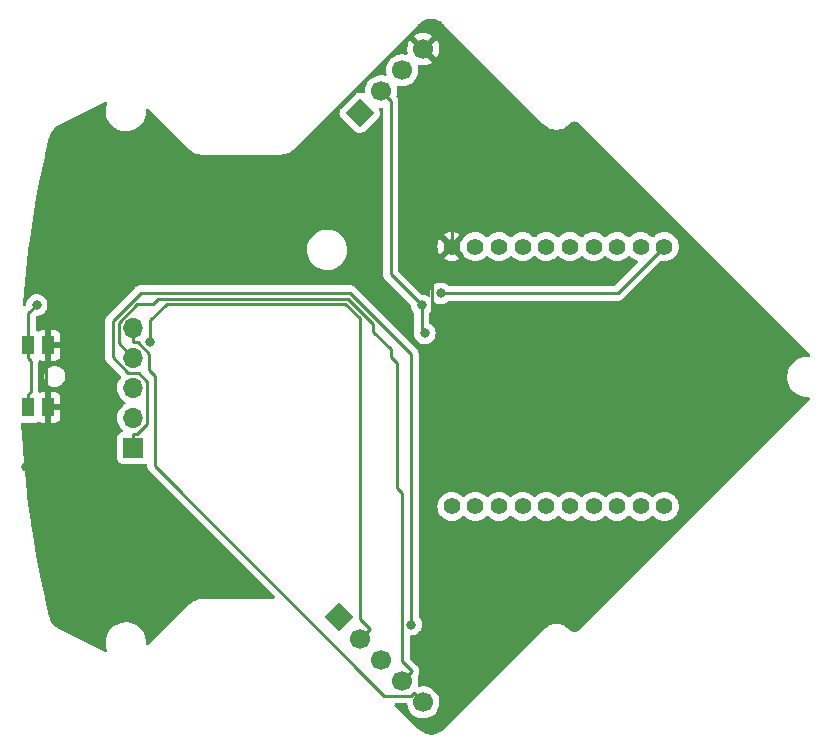
<source format=gbl>
G04 #@! TF.GenerationSoftware,KiCad,Pcbnew,(6.0.1)*
G04 #@! TF.CreationDate,2022-02-26T15:30:00+09:00*
G04 #@! TF.ProjectId,xbee-gyro20220207,78626565-2d67-4797-926f-323032323032,V1.1*
G04 #@! TF.SameCoordinates,Original*
G04 #@! TF.FileFunction,Copper,L2,Bot*
G04 #@! TF.FilePolarity,Positive*
%FSLAX46Y46*%
G04 Gerber Fmt 4.6, Leading zero omitted, Abs format (unit mm)*
G04 Created by KiCad (PCBNEW (6.0.1)) date 2022-02-26 15:30:00*
%MOMM*%
%LPD*%
G01*
G04 APERTURE LIST*
G04 Aperture macros list*
%AMHorizOval*
0 Thick line with rounded ends*
0 $1 width*
0 $2 $3 position (X,Y) of the first rounded end (center of the circle)*
0 $4 $5 position (X,Y) of the second rounded end (center of the circle)*
0 Add line between two ends*
20,1,$1,$2,$3,$4,$5,0*
0 Add two circle primitives to create the rounded ends*
1,1,$1,$2,$3*
1,1,$1,$4,$5*%
%AMRotRect*
0 Rectangle, with rotation*
0 The origin of the aperture is its center*
0 $1 length*
0 $2 width*
0 $3 Rotation angle, in degrees counterclockwise*
0 Add horizontal line*
21,1,$1,$2,0,0,$3*%
G04 Aperture macros list end*
G04 #@! TA.AperFunction,ComponentPad*
%ADD10C,1.409600*%
G04 #@! TD*
G04 #@! TA.AperFunction,ComponentPad*
%ADD11RotRect,1.700000X1.700000X45.000000*%
G04 #@! TD*
G04 #@! TA.AperFunction,ComponentPad*
%ADD12HorizOval,1.700000X0.000000X0.000000X0.000000X0.000000X0*%
G04 #@! TD*
G04 #@! TA.AperFunction,ComponentPad*
%ADD13RotRect,1.700000X1.700000X135.000000*%
G04 #@! TD*
G04 #@! TA.AperFunction,ComponentPad*
%ADD14HorizOval,1.700000X0.000000X0.000000X0.000000X0.000000X0*%
G04 #@! TD*
G04 #@! TA.AperFunction,SMDPad,CuDef*
%ADD15R,1.000000X1.550000*%
G04 #@! TD*
G04 #@! TA.AperFunction,ComponentPad*
%ADD16R,1.700000X1.700000*%
G04 #@! TD*
G04 #@! TA.AperFunction,ComponentPad*
%ADD17O,1.700000X1.700000*%
G04 #@! TD*
G04 #@! TA.AperFunction,ViaPad*
%ADD18C,0.800000*%
G04 #@! TD*
G04 #@! TA.AperFunction,Conductor*
%ADD19C,0.250000*%
G04 #@! TD*
G04 APERTURE END LIST*
D10*
X100000000Y-104000000D03*
X98000000Y-104000000D03*
X96000000Y-104000000D03*
X94000000Y-104000000D03*
X92000000Y-104000000D03*
X90000000Y-104000000D03*
X88000000Y-104000000D03*
X86000000Y-104000000D03*
X84000000Y-104000000D03*
X82000000Y-104000000D03*
X82000000Y-126000000D03*
X84000000Y-126000000D03*
X86000000Y-126000000D03*
X88000000Y-126000000D03*
X90000000Y-126000000D03*
X92000000Y-126000000D03*
X94000000Y-126000000D03*
X96000000Y-126000000D03*
X98000000Y-126000000D03*
X100000000Y-126000000D03*
D11*
X72407900Y-135407900D03*
D12*
X74203951Y-137203951D03*
X76000002Y-139000002D03*
X77796054Y-140796054D03*
X79592105Y-142592105D03*
D13*
X74200000Y-92669300D03*
D14*
X75996051Y-90873249D03*
X77792102Y-89077198D03*
X79588154Y-87281146D03*
D15*
X46150000Y-117625000D03*
X46150000Y-112375000D03*
X47850000Y-112375000D03*
X47850000Y-117625000D03*
D16*
X55025000Y-121050000D03*
D17*
X55025000Y-118510000D03*
X55025000Y-115970000D03*
X55025000Y-113430000D03*
X55025000Y-110890000D03*
D18*
X79451000Y-108982300D03*
X79715800Y-111350000D03*
X80726400Y-110479300D03*
X48000000Y-104044400D03*
X45913400Y-122643200D03*
X78551600Y-136013900D03*
X56478000Y-112071100D03*
X46859800Y-108947300D03*
X81056300Y-107965900D03*
D19*
X76827100Y-106358400D02*
X79451000Y-108982300D01*
X76827200Y-91704200D02*
X76827100Y-91704300D01*
X76827100Y-91704300D02*
X76827100Y-106358400D01*
X75996100Y-90873200D02*
X76827200Y-91704200D01*
X79451000Y-108982300D02*
X79451000Y-111085200D01*
X79451000Y-111085200D02*
X79715800Y-111350000D01*
X80304300Y-110057200D02*
X80726400Y-110479300D01*
X47850000Y-113475300D02*
X47631300Y-113694000D01*
X47850000Y-120706600D02*
X45913400Y-122643200D01*
X82000000Y-89692900D02*
X79588200Y-87281100D01*
X47850000Y-112375000D02*
X47850000Y-113475300D01*
X82000000Y-104000000D02*
X80304300Y-105695700D01*
X47631300Y-113694000D02*
X47631300Y-116306000D01*
X47850000Y-112375000D02*
X47850000Y-104194400D01*
X82000000Y-104000000D02*
X82000000Y-89692900D01*
X47850000Y-104194400D02*
X48000000Y-104044400D01*
X47631300Y-116306000D02*
X47850000Y-116524700D01*
X47850000Y-117625000D02*
X47850000Y-120706600D01*
X47850000Y-117187600D02*
X47850000Y-117625000D01*
X80304300Y-105695700D02*
X80304300Y-110057200D01*
X47850000Y-117187600D02*
X47850000Y-116524700D01*
X53282400Y-110285200D02*
X55651400Y-107916200D01*
X56220800Y-119030800D02*
X56220800Y-115433700D01*
X55025000Y-121050000D02*
X55025000Y-119874700D01*
X55025000Y-119874700D02*
X55376900Y-119874700D01*
X55376900Y-119874700D02*
X56220800Y-119030800D01*
X55651400Y-107916200D02*
X73389800Y-107916200D01*
X73389800Y-107916200D02*
X78551600Y-113078000D01*
X53282400Y-113376400D02*
X53282400Y-110285200D01*
X54606000Y-114700000D02*
X53282400Y-113376400D01*
X55487100Y-114700000D02*
X54606000Y-114700000D01*
X78551600Y-113078000D02*
X78551600Y-136013900D01*
X56220800Y-115433700D02*
X55487100Y-114700000D01*
X55025000Y-113430000D02*
X53790200Y-112195200D01*
X77345800Y-113849700D02*
X77345800Y-124406800D01*
X77796100Y-124857100D02*
X77796100Y-139134000D01*
X57152200Y-108404200D02*
X73174100Y-108404200D01*
X75338800Y-111205800D02*
X76827500Y-112694500D01*
X56701900Y-108854500D02*
X57152200Y-108404200D01*
X76827500Y-113331400D02*
X77345800Y-113849700D01*
X55374800Y-108854500D02*
X56701900Y-108854500D01*
X53790200Y-110439100D02*
X55374800Y-108854500D01*
X77796100Y-140796100D02*
X78627200Y-139965000D01*
X77796100Y-139134000D02*
X78627200Y-139965000D01*
X75338800Y-110568900D02*
X75338800Y-111205800D01*
X76827500Y-112694500D02*
X76827500Y-113331400D01*
X77345800Y-124406800D02*
X77796100Y-124857100D01*
X73174100Y-108404200D02*
X75338800Y-110568900D01*
X53790200Y-112195200D02*
X53790200Y-110439100D01*
X57851700Y-108854500D02*
X56478000Y-110228200D01*
X74204000Y-137204000D02*
X75035100Y-136372900D01*
X74204000Y-135541900D02*
X74204000Y-110071000D01*
X74204000Y-110071000D02*
X72987500Y-108854500D01*
X75035100Y-136372900D02*
X74204000Y-135541900D01*
X72987500Y-108854500D02*
X57851700Y-108854500D01*
X56478000Y-110228200D02*
X56478000Y-112071100D01*
X78501300Y-142020800D02*
X76296500Y-142020800D01*
X79592100Y-142592100D02*
X78761100Y-141761000D01*
X56425400Y-114513500D02*
X56425400Y-114513400D01*
X55392300Y-112065300D02*
X55025000Y-112065300D01*
X56389600Y-114477600D02*
X56389600Y-113062600D01*
X78761100Y-141761000D02*
X78501300Y-142020800D01*
X56839900Y-114928000D02*
X56425400Y-114513500D01*
X55025000Y-110890000D02*
X55025000Y-112065300D01*
X76296500Y-142020800D02*
X56839900Y-122564200D01*
X56425400Y-114513400D02*
X56389600Y-114477600D01*
X56389600Y-113062600D02*
X55392300Y-112065300D01*
X56839900Y-122564200D02*
X56839900Y-114928000D01*
X46150000Y-112375000D02*
X46150000Y-113475300D01*
X46150000Y-112375000D02*
X46150000Y-109657100D01*
X46150000Y-116524700D02*
X46368600Y-116306100D01*
X46150000Y-109657100D02*
X46859800Y-108947300D01*
X46368600Y-116306100D02*
X46368600Y-113693900D01*
X46368600Y-113693900D02*
X46150000Y-113475300D01*
X46150000Y-117625000D02*
X46150000Y-116524700D01*
X96034100Y-107965900D02*
X81056300Y-107965900D01*
X100000000Y-104000000D02*
X96034100Y-107965900D01*
G04 #@! TA.AperFunction,Conductor*
G36*
X80366399Y-84742752D02*
G01*
X80559267Y-84770483D01*
X80576824Y-84774302D01*
X80763787Y-84829199D01*
X80780631Y-84835481D01*
X80957878Y-84916427D01*
X80973657Y-84925043D01*
X81137578Y-85030389D01*
X81151969Y-85041162D01*
X81274696Y-85147505D01*
X81286816Y-85160677D01*
X81292642Y-85166648D01*
X81297939Y-85173898D01*
X81305056Y-85179369D01*
X81305057Y-85179370D01*
X81323150Y-85193278D01*
X81335454Y-85204079D01*
X89753696Y-93622320D01*
X89767244Y-93638337D01*
X89778869Y-93654665D01*
X89787627Y-93663639D01*
X89791519Y-93666556D01*
X89799523Y-93672555D01*
X89806471Y-93678157D01*
X89948222Y-93800986D01*
X89948226Y-93800989D01*
X89951619Y-93803929D01*
X90133084Y-93920550D01*
X90137174Y-93922418D01*
X90137178Y-93922420D01*
X90197198Y-93949830D01*
X90329300Y-94010159D01*
X90536271Y-94070931D01*
X90540730Y-94071572D01*
X90540734Y-94071573D01*
X90643027Y-94086280D01*
X90749784Y-94101630D01*
X90965493Y-94101630D01*
X91072250Y-94086280D01*
X91174543Y-94071573D01*
X91174547Y-94071572D01*
X91179006Y-94070931D01*
X91385977Y-94010159D01*
X91518079Y-93949830D01*
X91578099Y-93922420D01*
X91578103Y-93922418D01*
X91582193Y-93920550D01*
X91591115Y-93914816D01*
X91759876Y-93806359D01*
X91759880Y-93806356D01*
X91763658Y-93803928D01*
X91854607Y-93725121D01*
X91896064Y-93689198D01*
X91905496Y-93681781D01*
X91914712Y-93675219D01*
X91918676Y-93672397D01*
X91927650Y-93663639D01*
X91930560Y-93659756D01*
X91930569Y-93659746D01*
X91944369Y-93641332D01*
X91956100Y-93627802D01*
X92004296Y-93579606D01*
X92019064Y-93566959D01*
X92031163Y-93558120D01*
X92038414Y-93552823D01*
X92043884Y-93545707D01*
X92043888Y-93545703D01*
X92043947Y-93545626D01*
X92065278Y-93523911D01*
X92114222Y-93484879D01*
X92138106Y-93469872D01*
X92211790Y-93434388D01*
X92238421Y-93425069D01*
X92278284Y-93415971D01*
X92318149Y-93406872D01*
X92346185Y-93403713D01*
X92427966Y-93403713D01*
X92456003Y-93406872D01*
X92535730Y-93425069D01*
X92562362Y-93434388D01*
X92636043Y-93469871D01*
X92659933Y-93484882D01*
X92703699Y-93519784D01*
X92715319Y-93530297D01*
X92721576Y-93536709D01*
X92726870Y-93543956D01*
X92733983Y-93549424D01*
X92733988Y-93549429D01*
X92752086Y-93563341D01*
X92764390Y-93574141D01*
X112298657Y-113108408D01*
X112332683Y-113170720D01*
X112327618Y-113241535D01*
X112285071Y-113298371D01*
X112218551Y-113323182D01*
X112207922Y-113323492D01*
X112078708Y-113321800D01*
X112010801Y-113320911D01*
X112010798Y-113320911D01*
X112006124Y-113320850D01*
X111754578Y-113355084D01*
X111750092Y-113356392D01*
X111750090Y-113356392D01*
X111712694Y-113367292D01*
X111510856Y-113426122D01*
X111280310Y-113532405D01*
X111273559Y-113536831D01*
X111071920Y-113669031D01*
X111071915Y-113669035D01*
X111068007Y-113671597D01*
X110878610Y-113840641D01*
X110716279Y-114035822D01*
X110584581Y-114252854D01*
X110582772Y-114257168D01*
X110582771Y-114257170D01*
X110498513Y-114458104D01*
X110486409Y-114486968D01*
X110423919Y-114733021D01*
X110398485Y-114985608D01*
X110400291Y-115023198D01*
X110410665Y-115239180D01*
X110460191Y-115488167D01*
X110545976Y-115727098D01*
X110666135Y-115950725D01*
X110668930Y-115954468D01*
X110668932Y-115954471D01*
X110815237Y-116150397D01*
X110815242Y-116150403D01*
X110818029Y-116154135D01*
X110821338Y-116157415D01*
X110821343Y-116157421D01*
X110941189Y-116276225D01*
X110998320Y-116332859D01*
X111002082Y-116335617D01*
X111002085Y-116335620D01*
X111199273Y-116480204D01*
X111203047Y-116482971D01*
X111207190Y-116485151D01*
X111207192Y-116485152D01*
X111423564Y-116598991D01*
X111423569Y-116598993D01*
X111427714Y-116601174D01*
X111432137Y-116602719D01*
X111432138Y-116602719D01*
X111433788Y-116603295D01*
X111667385Y-116684871D01*
X111671978Y-116685743D01*
X111912205Y-116731352D01*
X111912208Y-116731352D01*
X111916794Y-116732223D01*
X112043628Y-116737207D01*
X112165794Y-116742007D01*
X112165800Y-116742007D01*
X112170462Y-116742190D01*
X112194412Y-116739567D01*
X112264305Y-116752034D01*
X112316363Y-116800309D01*
X112334057Y-116869065D01*
X112311770Y-116936473D01*
X112297224Y-116953913D01*
X92769855Y-136481282D01*
X92755088Y-136493928D01*
X92735737Y-136508065D01*
X92730267Y-136515181D01*
X92730263Y-136515185D01*
X92730204Y-136515262D01*
X92708873Y-136536977D01*
X92659930Y-136576008D01*
X92636044Y-136591016D01*
X92562362Y-136626500D01*
X92535734Y-136635817D01*
X92456003Y-136654015D01*
X92427966Y-136657174D01*
X92346186Y-136657174D01*
X92318149Y-136654015D01*
X92238422Y-136635818D01*
X92211789Y-136626499D01*
X92138106Y-136591015D01*
X92114218Y-136576005D01*
X92070446Y-136541098D01*
X92058832Y-136530591D01*
X92052577Y-136524182D01*
X92047281Y-136516932D01*
X92022071Y-136497553D01*
X92009766Y-136486752D01*
X91961581Y-136438567D01*
X91948034Y-136422552D01*
X91939230Y-136410187D01*
X91936408Y-136406223D01*
X91927650Y-136397249D01*
X91915745Y-136388327D01*
X91908795Y-136382724D01*
X91767055Y-136259903D01*
X91767050Y-136259899D01*
X91763658Y-136256960D01*
X91582192Y-136140339D01*
X91385977Y-136050730D01*
X91179006Y-135989958D01*
X91174547Y-135989317D01*
X91174543Y-135989316D01*
X91072250Y-135974609D01*
X90965493Y-135959259D01*
X90749784Y-135959259D01*
X90643027Y-135974609D01*
X90540734Y-135989316D01*
X90540730Y-135989317D01*
X90536271Y-135989958D01*
X90329300Y-136050730D01*
X90133085Y-136140339D01*
X89951619Y-136256960D01*
X89948227Y-136259900D01*
X89948222Y-136259903D01*
X89880959Y-136318188D01*
X89819209Y-136371695D01*
X89809790Y-136379100D01*
X89796602Y-136388490D01*
X89787627Y-136397249D01*
X89784708Y-136401144D01*
X89784707Y-136401145D01*
X89770908Y-136419557D01*
X89759177Y-136433087D01*
X81340924Y-144851339D01*
X81326157Y-144863985D01*
X81306806Y-144878122D01*
X81297449Y-144890295D01*
X81280066Y-144908728D01*
X81151970Y-145019724D01*
X81137578Y-145030498D01*
X80973657Y-145135844D01*
X80957878Y-145144460D01*
X80780631Y-145225406D01*
X80763789Y-145231687D01*
X80576824Y-145286585D01*
X80559267Y-145290404D01*
X80387407Y-145315114D01*
X80366398Y-145318135D01*
X80348466Y-145319418D01*
X80153608Y-145319418D01*
X80135676Y-145318135D01*
X80114667Y-145315114D01*
X79942807Y-145290404D01*
X79925250Y-145286585D01*
X79738285Y-145231687D01*
X79721443Y-145225406D01*
X79544196Y-145144460D01*
X79528417Y-145135844D01*
X79364489Y-145030494D01*
X79350109Y-145019728D01*
X79227373Y-144913377D01*
X79215267Y-144900220D01*
X79209428Y-144894237D01*
X79204134Y-144886990D01*
X79178923Y-144867610D01*
X79166619Y-144856809D01*
X77179205Y-142869395D01*
X77145179Y-142807083D01*
X77150244Y-142736268D01*
X77192791Y-142679432D01*
X77259311Y-142654621D01*
X77268300Y-142654300D01*
X78115918Y-142654300D01*
X78184039Y-142674302D01*
X78230532Y-142727958D01*
X78241709Y-142773045D01*
X78242215Y-142781820D01*
X78243352Y-142786866D01*
X78243353Y-142786872D01*
X78247908Y-142807083D01*
X78291327Y-142999744D01*
X78375371Y-143206721D01*
X78492092Y-143397193D01*
X78638355Y-143566043D01*
X78810231Y-143708737D01*
X79003105Y-143821443D01*
X79211797Y-143901135D01*
X79216865Y-143902166D01*
X79216868Y-143902167D01*
X79324122Y-143923988D01*
X79430702Y-143945672D01*
X79435877Y-143945862D01*
X79435879Y-143945862D01*
X79648778Y-143953669D01*
X79648782Y-143953669D01*
X79653942Y-143953858D01*
X79659062Y-143953202D01*
X79659064Y-143953202D01*
X79870393Y-143926130D01*
X79870394Y-143926130D01*
X79875521Y-143925473D01*
X79880471Y-143923988D01*
X80084534Y-143862766D01*
X80084539Y-143862764D01*
X80089489Y-143861279D01*
X80290099Y-143763001D01*
X80471965Y-143633278D01*
X80630201Y-143475594D01*
X80689699Y-143392794D01*
X80757540Y-143298382D01*
X80760558Y-143294182D01*
X80859535Y-143093916D01*
X80924475Y-142880174D01*
X80953634Y-142658695D01*
X80953734Y-142654621D01*
X80955179Y-142595470D01*
X80955179Y-142595466D01*
X80955261Y-142592105D01*
X80936957Y-142369466D01*
X80882536Y-142152807D01*
X80793459Y-141947945D01*
X80672119Y-141760382D01*
X80521775Y-141595156D01*
X80517724Y-141591957D01*
X80517720Y-141591953D01*
X80350519Y-141459905D01*
X80350515Y-141459903D01*
X80346464Y-141456703D01*
X80150894Y-141348743D01*
X80146025Y-141347019D01*
X80146021Y-141347017D01*
X79945192Y-141275900D01*
X79945188Y-141275899D01*
X79940317Y-141274174D01*
X79935224Y-141273267D01*
X79935221Y-141273266D01*
X79725478Y-141235905D01*
X79725472Y-141235904D01*
X79720389Y-141234999D01*
X79646557Y-141234097D01*
X79502186Y-141232333D01*
X79502184Y-141232333D01*
X79497016Y-141232270D01*
X79276196Y-141266060D01*
X79271281Y-141267667D01*
X79270750Y-141267793D01*
X79199848Y-141264124D01*
X79142186Y-141222704D01*
X79116070Y-141156685D01*
X79120989Y-141108598D01*
X79126920Y-141089077D01*
X79126923Y-141089064D01*
X79128424Y-141084123D01*
X79157583Y-140862644D01*
X79159210Y-140796054D01*
X79140906Y-140573415D01*
X79111476Y-140456249D01*
X79114280Y-140385308D01*
X79139161Y-140342234D01*
X79150100Y-140329825D01*
X79150101Y-140329823D01*
X79155342Y-140323878D01*
X79159069Y-140316562D01*
X79171782Y-140296528D01*
X79171954Y-140296306D01*
X79176814Y-140290041D01*
X79179962Y-140282766D01*
X79179965Y-140282761D01*
X79199133Y-140238466D01*
X79202500Y-140231310D01*
X79224399Y-140188324D01*
X79227998Y-140181260D01*
X79229791Y-140173239D01*
X79237115Y-140150692D01*
X79240381Y-140143145D01*
X79249172Y-140087644D01*
X79250653Y-140079880D01*
X79261175Y-140032793D01*
X79262905Y-140025053D01*
X79262646Y-140016849D01*
X79264136Y-139993165D01*
X79265420Y-139985057D01*
X79260133Y-139929121D01*
X79259636Y-139921231D01*
X79258117Y-139872996D01*
X79258116Y-139872993D01*
X79257867Y-139865072D01*
X79255577Y-139857192D01*
X79251130Y-139833887D01*
X79251103Y-139833602D01*
X79250357Y-139825708D01*
X79231322Y-139772835D01*
X79228881Y-139765324D01*
X79215415Y-139718983D01*
X79213203Y-139711371D01*
X79209023Y-139704304D01*
X79198923Y-139682845D01*
X79196139Y-139675111D01*
X79191682Y-139668552D01*
X79191680Y-139668549D01*
X79164554Y-139628634D01*
X79160317Y-139621958D01*
X79135755Y-139580432D01*
X79135754Y-139580431D01*
X79131718Y-139573607D01*
X79125911Y-139567801D01*
X79110787Y-139549520D01*
X79110628Y-139549286D01*
X79106172Y-139542729D01*
X79064017Y-139505565D01*
X79058275Y-139500173D01*
X78466510Y-138908478D01*
X78432481Y-138846169D01*
X78429600Y-138819378D01*
X78429600Y-137048400D01*
X78449602Y-136980279D01*
X78503258Y-136933786D01*
X78555600Y-136922400D01*
X78647087Y-136922400D01*
X78653539Y-136921028D01*
X78653544Y-136921028D01*
X78740487Y-136902547D01*
X78833888Y-136882694D01*
X78839919Y-136880009D01*
X79002322Y-136807703D01*
X79002324Y-136807702D01*
X79008352Y-136805018D01*
X79025348Y-136792670D01*
X79119227Y-136724462D01*
X79162853Y-136692766D01*
X79260015Y-136584857D01*
X79286221Y-136555752D01*
X79286222Y-136555751D01*
X79290640Y-136550844D01*
X79362293Y-136426737D01*
X79382823Y-136391179D01*
X79382824Y-136391178D01*
X79386127Y-136385456D01*
X79445142Y-136203828D01*
X79447960Y-136177022D01*
X79464414Y-136020465D01*
X79465104Y-136013900D01*
X79450962Y-135879345D01*
X79445832Y-135830535D01*
X79445832Y-135830533D01*
X79445142Y-135823972D01*
X79386127Y-135642344D01*
X79373502Y-135620476D01*
X79293941Y-135482674D01*
X79290640Y-135476956D01*
X79217463Y-135395685D01*
X79186747Y-135331679D01*
X79185100Y-135311376D01*
X79185100Y-126000000D01*
X80782065Y-126000000D01*
X80800568Y-126211492D01*
X80801992Y-126216805D01*
X80801992Y-126216807D01*
X80842036Y-126366252D01*
X80855515Y-126416558D01*
X80857837Y-126421539D01*
X80857838Y-126421540D01*
X80942911Y-126603980D01*
X80942914Y-126603985D01*
X80945237Y-126608967D01*
X80948393Y-126613474D01*
X80948394Y-126613476D01*
X81062195Y-126776000D01*
X81067008Y-126782874D01*
X81217126Y-126932992D01*
X81391032Y-127054763D01*
X81396014Y-127057086D01*
X81396019Y-127057089D01*
X81578460Y-127142162D01*
X81583442Y-127144485D01*
X81588750Y-127145907D01*
X81588752Y-127145908D01*
X81783193Y-127198008D01*
X81783195Y-127198008D01*
X81788508Y-127199432D01*
X82000000Y-127217935D01*
X82211492Y-127199432D01*
X82216805Y-127198008D01*
X82216807Y-127198008D01*
X82411248Y-127145908D01*
X82411250Y-127145907D01*
X82416558Y-127144485D01*
X82421540Y-127142162D01*
X82603981Y-127057089D01*
X82603986Y-127057086D01*
X82608968Y-127054763D01*
X82782874Y-126932992D01*
X82910905Y-126804961D01*
X82973217Y-126770935D01*
X83044032Y-126776000D01*
X83089095Y-126804961D01*
X83217126Y-126932992D01*
X83391032Y-127054763D01*
X83396014Y-127057086D01*
X83396019Y-127057089D01*
X83578460Y-127142162D01*
X83583442Y-127144485D01*
X83588750Y-127145907D01*
X83588752Y-127145908D01*
X83783193Y-127198008D01*
X83783195Y-127198008D01*
X83788508Y-127199432D01*
X84000000Y-127217935D01*
X84211492Y-127199432D01*
X84216805Y-127198008D01*
X84216807Y-127198008D01*
X84411248Y-127145908D01*
X84411250Y-127145907D01*
X84416558Y-127144485D01*
X84421540Y-127142162D01*
X84603981Y-127057089D01*
X84603986Y-127057086D01*
X84608968Y-127054763D01*
X84782874Y-126932992D01*
X84910905Y-126804961D01*
X84973217Y-126770935D01*
X85044032Y-126776000D01*
X85089095Y-126804961D01*
X85217126Y-126932992D01*
X85391032Y-127054763D01*
X85396014Y-127057086D01*
X85396019Y-127057089D01*
X85578460Y-127142162D01*
X85583442Y-127144485D01*
X85588750Y-127145907D01*
X85588752Y-127145908D01*
X85783193Y-127198008D01*
X85783195Y-127198008D01*
X85788508Y-127199432D01*
X86000000Y-127217935D01*
X86211492Y-127199432D01*
X86216805Y-127198008D01*
X86216807Y-127198008D01*
X86411248Y-127145908D01*
X86411250Y-127145907D01*
X86416558Y-127144485D01*
X86421540Y-127142162D01*
X86603981Y-127057089D01*
X86603986Y-127057086D01*
X86608968Y-127054763D01*
X86782874Y-126932992D01*
X86910905Y-126804961D01*
X86973217Y-126770935D01*
X87044032Y-126776000D01*
X87089095Y-126804961D01*
X87217126Y-126932992D01*
X87391032Y-127054763D01*
X87396014Y-127057086D01*
X87396019Y-127057089D01*
X87578460Y-127142162D01*
X87583442Y-127144485D01*
X87588750Y-127145907D01*
X87588752Y-127145908D01*
X87783193Y-127198008D01*
X87783195Y-127198008D01*
X87788508Y-127199432D01*
X88000000Y-127217935D01*
X88211492Y-127199432D01*
X88216805Y-127198008D01*
X88216807Y-127198008D01*
X88411248Y-127145908D01*
X88411250Y-127145907D01*
X88416558Y-127144485D01*
X88421540Y-127142162D01*
X88603981Y-127057089D01*
X88603986Y-127057086D01*
X88608968Y-127054763D01*
X88782874Y-126932992D01*
X88910905Y-126804961D01*
X88973217Y-126770935D01*
X89044032Y-126776000D01*
X89089095Y-126804961D01*
X89217126Y-126932992D01*
X89391032Y-127054763D01*
X89396014Y-127057086D01*
X89396019Y-127057089D01*
X89578460Y-127142162D01*
X89583442Y-127144485D01*
X89588750Y-127145907D01*
X89588752Y-127145908D01*
X89783193Y-127198008D01*
X89783195Y-127198008D01*
X89788508Y-127199432D01*
X90000000Y-127217935D01*
X90211492Y-127199432D01*
X90216805Y-127198008D01*
X90216807Y-127198008D01*
X90411248Y-127145908D01*
X90411250Y-127145907D01*
X90416558Y-127144485D01*
X90421540Y-127142162D01*
X90603981Y-127057089D01*
X90603986Y-127057086D01*
X90608968Y-127054763D01*
X90782874Y-126932992D01*
X90910905Y-126804961D01*
X90973217Y-126770935D01*
X91044032Y-126776000D01*
X91089095Y-126804961D01*
X91217126Y-126932992D01*
X91391032Y-127054763D01*
X91396014Y-127057086D01*
X91396019Y-127057089D01*
X91578460Y-127142162D01*
X91583442Y-127144485D01*
X91588750Y-127145907D01*
X91588752Y-127145908D01*
X91783193Y-127198008D01*
X91783195Y-127198008D01*
X91788508Y-127199432D01*
X92000000Y-127217935D01*
X92211492Y-127199432D01*
X92216805Y-127198008D01*
X92216807Y-127198008D01*
X92411248Y-127145908D01*
X92411250Y-127145907D01*
X92416558Y-127144485D01*
X92421540Y-127142162D01*
X92603981Y-127057089D01*
X92603986Y-127057086D01*
X92608968Y-127054763D01*
X92782874Y-126932992D01*
X92910905Y-126804961D01*
X92973217Y-126770935D01*
X93044032Y-126776000D01*
X93089095Y-126804961D01*
X93217126Y-126932992D01*
X93391032Y-127054763D01*
X93396014Y-127057086D01*
X93396019Y-127057089D01*
X93578460Y-127142162D01*
X93583442Y-127144485D01*
X93588750Y-127145907D01*
X93588752Y-127145908D01*
X93783193Y-127198008D01*
X93783195Y-127198008D01*
X93788508Y-127199432D01*
X94000000Y-127217935D01*
X94211492Y-127199432D01*
X94216805Y-127198008D01*
X94216807Y-127198008D01*
X94411248Y-127145908D01*
X94411250Y-127145907D01*
X94416558Y-127144485D01*
X94421540Y-127142162D01*
X94603981Y-127057089D01*
X94603986Y-127057086D01*
X94608968Y-127054763D01*
X94782874Y-126932992D01*
X94910905Y-126804961D01*
X94973217Y-126770935D01*
X95044032Y-126776000D01*
X95089095Y-126804961D01*
X95217126Y-126932992D01*
X95391032Y-127054763D01*
X95396014Y-127057086D01*
X95396019Y-127057089D01*
X95578460Y-127142162D01*
X95583442Y-127144485D01*
X95588750Y-127145907D01*
X95588752Y-127145908D01*
X95783193Y-127198008D01*
X95783195Y-127198008D01*
X95788508Y-127199432D01*
X96000000Y-127217935D01*
X96211492Y-127199432D01*
X96216805Y-127198008D01*
X96216807Y-127198008D01*
X96411248Y-127145908D01*
X96411250Y-127145907D01*
X96416558Y-127144485D01*
X96421540Y-127142162D01*
X96603981Y-127057089D01*
X96603986Y-127057086D01*
X96608968Y-127054763D01*
X96782874Y-126932992D01*
X96910905Y-126804961D01*
X96973217Y-126770935D01*
X97044032Y-126776000D01*
X97089095Y-126804961D01*
X97217126Y-126932992D01*
X97391032Y-127054763D01*
X97396014Y-127057086D01*
X97396019Y-127057089D01*
X97578460Y-127142162D01*
X97583442Y-127144485D01*
X97588750Y-127145907D01*
X97588752Y-127145908D01*
X97783193Y-127198008D01*
X97783195Y-127198008D01*
X97788508Y-127199432D01*
X98000000Y-127217935D01*
X98211492Y-127199432D01*
X98216805Y-127198008D01*
X98216807Y-127198008D01*
X98411248Y-127145908D01*
X98411250Y-127145907D01*
X98416558Y-127144485D01*
X98421540Y-127142162D01*
X98603981Y-127057089D01*
X98603986Y-127057086D01*
X98608968Y-127054763D01*
X98782874Y-126932992D01*
X98910905Y-126804961D01*
X98973217Y-126770935D01*
X99044032Y-126776000D01*
X99089095Y-126804961D01*
X99217126Y-126932992D01*
X99391032Y-127054763D01*
X99396014Y-127057086D01*
X99396019Y-127057089D01*
X99578460Y-127142162D01*
X99583442Y-127144485D01*
X99588750Y-127145907D01*
X99588752Y-127145908D01*
X99783193Y-127198008D01*
X99783195Y-127198008D01*
X99788508Y-127199432D01*
X100000000Y-127217935D01*
X100211492Y-127199432D01*
X100216805Y-127198008D01*
X100216807Y-127198008D01*
X100411248Y-127145908D01*
X100411250Y-127145907D01*
X100416558Y-127144485D01*
X100421540Y-127142162D01*
X100603981Y-127057089D01*
X100603986Y-127057086D01*
X100608968Y-127054763D01*
X100782874Y-126932992D01*
X100932992Y-126782874D01*
X100937806Y-126776000D01*
X101051606Y-126613476D01*
X101051607Y-126613474D01*
X101054763Y-126608967D01*
X101057086Y-126603985D01*
X101057089Y-126603980D01*
X101142162Y-126421540D01*
X101142163Y-126421539D01*
X101144485Y-126416558D01*
X101157965Y-126366252D01*
X101198008Y-126216807D01*
X101198008Y-126216805D01*
X101199432Y-126211492D01*
X101217935Y-126000000D01*
X101199432Y-125788508D01*
X101184011Y-125730954D01*
X101145908Y-125588752D01*
X101145907Y-125588750D01*
X101144485Y-125583442D01*
X101116172Y-125522724D01*
X101057089Y-125396020D01*
X101057086Y-125396015D01*
X101054763Y-125391033D01*
X100976788Y-125279673D01*
X100936151Y-125221637D01*
X100936149Y-125221634D01*
X100932992Y-125217126D01*
X100782874Y-125067008D01*
X100742891Y-125039011D01*
X100685539Y-124998853D01*
X100608968Y-124945237D01*
X100603986Y-124942914D01*
X100603981Y-124942911D01*
X100421540Y-124857838D01*
X100421539Y-124857838D01*
X100416558Y-124855515D01*
X100411250Y-124854093D01*
X100411248Y-124854092D01*
X100216807Y-124801992D01*
X100216805Y-124801992D01*
X100211492Y-124800568D01*
X100000000Y-124782065D01*
X99788508Y-124800568D01*
X99783195Y-124801992D01*
X99783193Y-124801992D01*
X99588752Y-124854092D01*
X99588750Y-124854093D01*
X99583442Y-124855515D01*
X99578461Y-124857837D01*
X99578460Y-124857838D01*
X99396020Y-124942911D01*
X99396015Y-124942914D01*
X99391033Y-124945237D01*
X99386526Y-124948393D01*
X99386524Y-124948394D01*
X99221637Y-125063849D01*
X99221634Y-125063851D01*
X99217126Y-125067008D01*
X99089095Y-125195039D01*
X99026783Y-125229065D01*
X98955968Y-125224000D01*
X98910905Y-125195039D01*
X98782874Y-125067008D01*
X98742891Y-125039011D01*
X98685539Y-124998853D01*
X98608968Y-124945237D01*
X98603986Y-124942914D01*
X98603981Y-124942911D01*
X98421540Y-124857838D01*
X98421539Y-124857838D01*
X98416558Y-124855515D01*
X98411250Y-124854093D01*
X98411248Y-124854092D01*
X98216807Y-124801992D01*
X98216805Y-124801992D01*
X98211492Y-124800568D01*
X98000000Y-124782065D01*
X97788508Y-124800568D01*
X97783195Y-124801992D01*
X97783193Y-124801992D01*
X97588752Y-124854092D01*
X97588750Y-124854093D01*
X97583442Y-124855515D01*
X97578461Y-124857837D01*
X97578460Y-124857838D01*
X97396020Y-124942911D01*
X97396015Y-124942914D01*
X97391033Y-124945237D01*
X97386526Y-124948393D01*
X97386524Y-124948394D01*
X97221637Y-125063849D01*
X97221634Y-125063851D01*
X97217126Y-125067008D01*
X97089095Y-125195039D01*
X97026783Y-125229065D01*
X96955968Y-125224000D01*
X96910905Y-125195039D01*
X96782874Y-125067008D01*
X96742891Y-125039011D01*
X96685539Y-124998853D01*
X96608968Y-124945237D01*
X96603986Y-124942914D01*
X96603981Y-124942911D01*
X96421540Y-124857838D01*
X96421539Y-124857838D01*
X96416558Y-124855515D01*
X96411250Y-124854093D01*
X96411248Y-124854092D01*
X96216807Y-124801992D01*
X96216805Y-124801992D01*
X96211492Y-124800568D01*
X96000000Y-124782065D01*
X95788508Y-124800568D01*
X95783195Y-124801992D01*
X95783193Y-124801992D01*
X95588752Y-124854092D01*
X95588750Y-124854093D01*
X95583442Y-124855515D01*
X95578461Y-124857837D01*
X95578460Y-124857838D01*
X95396020Y-124942911D01*
X95396015Y-124942914D01*
X95391033Y-124945237D01*
X95386526Y-124948393D01*
X95386524Y-124948394D01*
X95221637Y-125063849D01*
X95221634Y-125063851D01*
X95217126Y-125067008D01*
X95089095Y-125195039D01*
X95026783Y-125229065D01*
X94955968Y-125224000D01*
X94910905Y-125195039D01*
X94782874Y-125067008D01*
X94742891Y-125039011D01*
X94685539Y-124998853D01*
X94608968Y-124945237D01*
X94603986Y-124942914D01*
X94603981Y-124942911D01*
X94421540Y-124857838D01*
X94421539Y-124857838D01*
X94416558Y-124855515D01*
X94411250Y-124854093D01*
X94411248Y-124854092D01*
X94216807Y-124801992D01*
X94216805Y-124801992D01*
X94211492Y-124800568D01*
X94000000Y-124782065D01*
X93788508Y-124800568D01*
X93783195Y-124801992D01*
X93783193Y-124801992D01*
X93588752Y-124854092D01*
X93588750Y-124854093D01*
X93583442Y-124855515D01*
X93578461Y-124857837D01*
X93578460Y-124857838D01*
X93396020Y-124942911D01*
X93396015Y-124942914D01*
X93391033Y-124945237D01*
X93386526Y-124948393D01*
X93386524Y-124948394D01*
X93221637Y-125063849D01*
X93221634Y-125063851D01*
X93217126Y-125067008D01*
X93089095Y-125195039D01*
X93026783Y-125229065D01*
X92955968Y-125224000D01*
X92910905Y-125195039D01*
X92782874Y-125067008D01*
X92742891Y-125039011D01*
X92685539Y-124998853D01*
X92608968Y-124945237D01*
X92603986Y-124942914D01*
X92603981Y-124942911D01*
X92421540Y-124857838D01*
X92421539Y-124857838D01*
X92416558Y-124855515D01*
X92411250Y-124854093D01*
X92411248Y-124854092D01*
X92216807Y-124801992D01*
X92216805Y-124801992D01*
X92211492Y-124800568D01*
X92000000Y-124782065D01*
X91788508Y-124800568D01*
X91783195Y-124801992D01*
X91783193Y-124801992D01*
X91588752Y-124854092D01*
X91588750Y-124854093D01*
X91583442Y-124855515D01*
X91578461Y-124857837D01*
X91578460Y-124857838D01*
X91396020Y-124942911D01*
X91396015Y-124942914D01*
X91391033Y-124945237D01*
X91386526Y-124948393D01*
X91386524Y-124948394D01*
X91221637Y-125063849D01*
X91221634Y-125063851D01*
X91217126Y-125067008D01*
X91089095Y-125195039D01*
X91026783Y-125229065D01*
X90955968Y-125224000D01*
X90910905Y-125195039D01*
X90782874Y-125067008D01*
X90742891Y-125039011D01*
X90685539Y-124998853D01*
X90608968Y-124945237D01*
X90603986Y-124942914D01*
X90603981Y-124942911D01*
X90421540Y-124857838D01*
X90421539Y-124857838D01*
X90416558Y-124855515D01*
X90411250Y-124854093D01*
X90411248Y-124854092D01*
X90216807Y-124801992D01*
X90216805Y-124801992D01*
X90211492Y-124800568D01*
X90000000Y-124782065D01*
X89788508Y-124800568D01*
X89783195Y-124801992D01*
X89783193Y-124801992D01*
X89588752Y-124854092D01*
X89588750Y-124854093D01*
X89583442Y-124855515D01*
X89578461Y-124857837D01*
X89578460Y-124857838D01*
X89396020Y-124942911D01*
X89396015Y-124942914D01*
X89391033Y-124945237D01*
X89386526Y-124948393D01*
X89386524Y-124948394D01*
X89221637Y-125063849D01*
X89221634Y-125063851D01*
X89217126Y-125067008D01*
X89089095Y-125195039D01*
X89026783Y-125229065D01*
X88955968Y-125224000D01*
X88910905Y-125195039D01*
X88782874Y-125067008D01*
X88742891Y-125039011D01*
X88685539Y-124998853D01*
X88608968Y-124945237D01*
X88603986Y-124942914D01*
X88603981Y-124942911D01*
X88421540Y-124857838D01*
X88421539Y-124857838D01*
X88416558Y-124855515D01*
X88411250Y-124854093D01*
X88411248Y-124854092D01*
X88216807Y-124801992D01*
X88216805Y-124801992D01*
X88211492Y-124800568D01*
X88000000Y-124782065D01*
X87788508Y-124800568D01*
X87783195Y-124801992D01*
X87783193Y-124801992D01*
X87588752Y-124854092D01*
X87588750Y-124854093D01*
X87583442Y-124855515D01*
X87578461Y-124857837D01*
X87578460Y-124857838D01*
X87396020Y-124942911D01*
X87396015Y-124942914D01*
X87391033Y-124945237D01*
X87386526Y-124948393D01*
X87386524Y-124948394D01*
X87221637Y-125063849D01*
X87221634Y-125063851D01*
X87217126Y-125067008D01*
X87089095Y-125195039D01*
X87026783Y-125229065D01*
X86955968Y-125224000D01*
X86910905Y-125195039D01*
X86782874Y-125067008D01*
X86742891Y-125039011D01*
X86685539Y-124998853D01*
X86608968Y-124945237D01*
X86603986Y-124942914D01*
X86603981Y-124942911D01*
X86421540Y-124857838D01*
X86421539Y-124857838D01*
X86416558Y-124855515D01*
X86411250Y-124854093D01*
X86411248Y-124854092D01*
X86216807Y-124801992D01*
X86216805Y-124801992D01*
X86211492Y-124800568D01*
X86000000Y-124782065D01*
X85788508Y-124800568D01*
X85783195Y-124801992D01*
X85783193Y-124801992D01*
X85588752Y-124854092D01*
X85588750Y-124854093D01*
X85583442Y-124855515D01*
X85578461Y-124857837D01*
X85578460Y-124857838D01*
X85396020Y-124942911D01*
X85396015Y-124942914D01*
X85391033Y-124945237D01*
X85386526Y-124948393D01*
X85386524Y-124948394D01*
X85221637Y-125063849D01*
X85221634Y-125063851D01*
X85217126Y-125067008D01*
X85089095Y-125195039D01*
X85026783Y-125229065D01*
X84955968Y-125224000D01*
X84910905Y-125195039D01*
X84782874Y-125067008D01*
X84742891Y-125039011D01*
X84685539Y-124998853D01*
X84608968Y-124945237D01*
X84603986Y-124942914D01*
X84603981Y-124942911D01*
X84421540Y-124857838D01*
X84421539Y-124857838D01*
X84416558Y-124855515D01*
X84411250Y-124854093D01*
X84411248Y-124854092D01*
X84216807Y-124801992D01*
X84216805Y-124801992D01*
X84211492Y-124800568D01*
X84000000Y-124782065D01*
X83788508Y-124800568D01*
X83783195Y-124801992D01*
X83783193Y-124801992D01*
X83588752Y-124854092D01*
X83588750Y-124854093D01*
X83583442Y-124855515D01*
X83578461Y-124857837D01*
X83578460Y-124857838D01*
X83396020Y-124942911D01*
X83396015Y-124942914D01*
X83391033Y-124945237D01*
X83386526Y-124948393D01*
X83386524Y-124948394D01*
X83221637Y-125063849D01*
X83221634Y-125063851D01*
X83217126Y-125067008D01*
X83089095Y-125195039D01*
X83026783Y-125229065D01*
X82955968Y-125224000D01*
X82910905Y-125195039D01*
X82782874Y-125067008D01*
X82742891Y-125039011D01*
X82685539Y-124998853D01*
X82608968Y-124945237D01*
X82603986Y-124942914D01*
X82603981Y-124942911D01*
X82421540Y-124857838D01*
X82421539Y-124857838D01*
X82416558Y-124855515D01*
X82411250Y-124854093D01*
X82411248Y-124854092D01*
X82216807Y-124801992D01*
X82216805Y-124801992D01*
X82211492Y-124800568D01*
X82000000Y-124782065D01*
X81788508Y-124800568D01*
X81783195Y-124801992D01*
X81783193Y-124801992D01*
X81588752Y-124854092D01*
X81588750Y-124854093D01*
X81583442Y-124855515D01*
X81578461Y-124857837D01*
X81578460Y-124857838D01*
X81396020Y-124942911D01*
X81396015Y-124942914D01*
X81391033Y-124945237D01*
X81386526Y-124948393D01*
X81386524Y-124948394D01*
X81221637Y-125063849D01*
X81221634Y-125063851D01*
X81217126Y-125067008D01*
X81067008Y-125217126D01*
X81063851Y-125221634D01*
X81063849Y-125221637D01*
X81023212Y-125279673D01*
X80945237Y-125391033D01*
X80942914Y-125396015D01*
X80942911Y-125396020D01*
X80883828Y-125522724D01*
X80855515Y-125583442D01*
X80854093Y-125588750D01*
X80854092Y-125588752D01*
X80815989Y-125730954D01*
X80800568Y-125788508D01*
X80782065Y-126000000D01*
X79185100Y-126000000D01*
X79185100Y-113156768D01*
X79185627Y-113145585D01*
X79187302Y-113138092D01*
X79185162Y-113070001D01*
X79185100Y-113066044D01*
X79185100Y-113038144D01*
X79184596Y-113034153D01*
X79183663Y-113022311D01*
X79182523Y-112986036D01*
X79182274Y-112978111D01*
X79176621Y-112958652D01*
X79172612Y-112939293D01*
X79172446Y-112937983D01*
X79170074Y-112919203D01*
X79167158Y-112911837D01*
X79167156Y-112911831D01*
X79153800Y-112878098D01*
X79149955Y-112866868D01*
X79139830Y-112832017D01*
X79139830Y-112832016D01*
X79137619Y-112824407D01*
X79127305Y-112806966D01*
X79118608Y-112789213D01*
X79114072Y-112777758D01*
X79111152Y-112770383D01*
X79085163Y-112734612D01*
X79078647Y-112724692D01*
X79060178Y-112693463D01*
X79056142Y-112686638D01*
X79041821Y-112672317D01*
X79028980Y-112657283D01*
X79021731Y-112647306D01*
X79017072Y-112640893D01*
X78982995Y-112612702D01*
X78974216Y-112604712D01*
X73893452Y-107523947D01*
X73885912Y-107515661D01*
X73881800Y-107509182D01*
X73832148Y-107462556D01*
X73829307Y-107459802D01*
X73809570Y-107440065D01*
X73806373Y-107437585D01*
X73797351Y-107429880D01*
X73783922Y-107417269D01*
X73765121Y-107399614D01*
X73758175Y-107395795D01*
X73758172Y-107395793D01*
X73747366Y-107389852D01*
X73730847Y-107379001D01*
X73730383Y-107378641D01*
X73714841Y-107366586D01*
X73707572Y-107363441D01*
X73707568Y-107363438D01*
X73674263Y-107349026D01*
X73663613Y-107343809D01*
X73624860Y-107322505D01*
X73605237Y-107317467D01*
X73586534Y-107311063D01*
X73575220Y-107306167D01*
X73575219Y-107306167D01*
X73567945Y-107303019D01*
X73560122Y-107301780D01*
X73560112Y-107301777D01*
X73524276Y-107296101D01*
X73512656Y-107293695D01*
X73477511Y-107284672D01*
X73477510Y-107284672D01*
X73469830Y-107282700D01*
X73449576Y-107282700D01*
X73429865Y-107281149D01*
X73417686Y-107279220D01*
X73409857Y-107277980D01*
X73380586Y-107280747D01*
X73365839Y-107282141D01*
X73353981Y-107282700D01*
X55730167Y-107282700D01*
X55718984Y-107282173D01*
X55711491Y-107280498D01*
X55703565Y-107280747D01*
X55703564Y-107280747D01*
X55643401Y-107282638D01*
X55639443Y-107282700D01*
X55611544Y-107282700D01*
X55607554Y-107283204D01*
X55595720Y-107284136D01*
X55551511Y-107285526D01*
X55543897Y-107287738D01*
X55543892Y-107287739D01*
X55532059Y-107291177D01*
X55512696Y-107295188D01*
X55492603Y-107297726D01*
X55485236Y-107300643D01*
X55485231Y-107300644D01*
X55451492Y-107314002D01*
X55440265Y-107317846D01*
X55397807Y-107330182D01*
X55390981Y-107334219D01*
X55380372Y-107340493D01*
X55362624Y-107349188D01*
X55343783Y-107356648D01*
X55337367Y-107361310D01*
X55337366Y-107361310D01*
X55308013Y-107382636D01*
X55298093Y-107389152D01*
X55266865Y-107407620D01*
X55266862Y-107407622D01*
X55260038Y-107411658D01*
X55245717Y-107425979D01*
X55230684Y-107438819D01*
X55214293Y-107450728D01*
X55205617Y-107461216D01*
X55186102Y-107484805D01*
X55178112Y-107493584D01*
X52890147Y-109781548D01*
X52881861Y-109789088D01*
X52875382Y-109793200D01*
X52869957Y-109798977D01*
X52828757Y-109842851D01*
X52826002Y-109845693D01*
X52806265Y-109865430D01*
X52803785Y-109868627D01*
X52796082Y-109877647D01*
X52765814Y-109909879D01*
X52761995Y-109916825D01*
X52761993Y-109916828D01*
X52756052Y-109927634D01*
X52745201Y-109944153D01*
X52732786Y-109960159D01*
X52729641Y-109967428D01*
X52729638Y-109967432D01*
X52715226Y-110000737D01*
X52710009Y-110011387D01*
X52688705Y-110050140D01*
X52686734Y-110057815D01*
X52686734Y-110057816D01*
X52683667Y-110069762D01*
X52677263Y-110088466D01*
X52669219Y-110107055D01*
X52667980Y-110114878D01*
X52667977Y-110114888D01*
X52662301Y-110150724D01*
X52659895Y-110162344D01*
X52651124Y-110196508D01*
X52648900Y-110205170D01*
X52648900Y-110225424D01*
X52647349Y-110245134D01*
X52644180Y-110265143D01*
X52644926Y-110273035D01*
X52648341Y-110309161D01*
X52648900Y-110321019D01*
X52648900Y-113297633D01*
X52648373Y-113308816D01*
X52646698Y-113316309D01*
X52646947Y-113324235D01*
X52646947Y-113324236D01*
X52648838Y-113384386D01*
X52648900Y-113388345D01*
X52648900Y-113416256D01*
X52649397Y-113420190D01*
X52649397Y-113420191D01*
X52649405Y-113420256D01*
X52650338Y-113432093D01*
X52651727Y-113476289D01*
X52655768Y-113490197D01*
X52657378Y-113495739D01*
X52661387Y-113515100D01*
X52663926Y-113535197D01*
X52666845Y-113542568D01*
X52666845Y-113542570D01*
X52680204Y-113576312D01*
X52684049Y-113587542D01*
X52686154Y-113594786D01*
X52696382Y-113629993D01*
X52700415Y-113636812D01*
X52700417Y-113636817D01*
X52706693Y-113647428D01*
X52715388Y-113665176D01*
X52722848Y-113684017D01*
X52727510Y-113690433D01*
X52727510Y-113690434D01*
X52748836Y-113719787D01*
X52755352Y-113729707D01*
X52773745Y-113760807D01*
X52777858Y-113767762D01*
X52792179Y-113782083D01*
X52805019Y-113797116D01*
X52816928Y-113813507D01*
X52823034Y-113818558D01*
X52851005Y-113841698D01*
X52859784Y-113849688D01*
X53955781Y-114945686D01*
X53989807Y-115007998D01*
X53984742Y-115078814D01*
X53965834Y-115111924D01*
X53965629Y-115112138D01*
X53839743Y-115296680D01*
X53837564Y-115301375D01*
X53768795Y-115449526D01*
X53745688Y-115499305D01*
X53685989Y-115714570D01*
X53662251Y-115936695D01*
X53675110Y-116159715D01*
X53676247Y-116164761D01*
X53676248Y-116164767D01*
X53684112Y-116199659D01*
X53724222Y-116377639D01*
X53808266Y-116584616D01*
X53825014Y-116611946D01*
X53910860Y-116752034D01*
X53924987Y-116775088D01*
X54071250Y-116943938D01*
X54243126Y-117086632D01*
X54313595Y-117127811D01*
X54316445Y-117129476D01*
X54365169Y-117181114D01*
X54378240Y-117250897D01*
X54351509Y-117316669D01*
X54311055Y-117350027D01*
X54298607Y-117356507D01*
X54294474Y-117359610D01*
X54294471Y-117359612D01*
X54279304Y-117371000D01*
X54119965Y-117490635D01*
X53965629Y-117652138D01*
X53839743Y-117836680D01*
X53745688Y-118039305D01*
X53685989Y-118254570D01*
X53662251Y-118476695D01*
X53662548Y-118481848D01*
X53662548Y-118481851D01*
X53672454Y-118653649D01*
X53675110Y-118699715D01*
X53676247Y-118704761D01*
X53676248Y-118704767D01*
X53687732Y-118755724D01*
X53724222Y-118917639D01*
X53808266Y-119124616D01*
X53924987Y-119315088D01*
X54071250Y-119483938D01*
X54075230Y-119487242D01*
X54079981Y-119491187D01*
X54119616Y-119550090D01*
X54121113Y-119621071D01*
X54083997Y-119681593D01*
X54043724Y-119706112D01*
X53928295Y-119749385D01*
X53811739Y-119836739D01*
X53724385Y-119953295D01*
X53673255Y-120089684D01*
X53666500Y-120151866D01*
X53666500Y-121948134D01*
X53673255Y-122010316D01*
X53724385Y-122146705D01*
X53811739Y-122263261D01*
X53928295Y-122350615D01*
X54064684Y-122401745D01*
X54126866Y-122408500D01*
X55923134Y-122408500D01*
X55985316Y-122401745D01*
X56034678Y-122383240D01*
X56105484Y-122378057D01*
X56167853Y-122411977D01*
X56201982Y-122474232D01*
X56203803Y-122504121D01*
X56204198Y-122504109D01*
X56206338Y-122572186D01*
X56206400Y-122576145D01*
X56206400Y-122604056D01*
X56206897Y-122607990D01*
X56206897Y-122607991D01*
X56206905Y-122608056D01*
X56207838Y-122619893D01*
X56209227Y-122664089D01*
X56214878Y-122683539D01*
X56218887Y-122702900D01*
X56221426Y-122722997D01*
X56224345Y-122730368D01*
X56224345Y-122730370D01*
X56237704Y-122764112D01*
X56241549Y-122775342D01*
X56253882Y-122817793D01*
X56257915Y-122824612D01*
X56257917Y-122824617D01*
X56264193Y-122835228D01*
X56272888Y-122852976D01*
X56280348Y-122871817D01*
X56285010Y-122878233D01*
X56285010Y-122878234D01*
X56306336Y-122907587D01*
X56312852Y-122917507D01*
X56335358Y-122955562D01*
X56349679Y-122969883D01*
X56362519Y-122984916D01*
X56374428Y-123001307D01*
X56380534Y-123006358D01*
X56408505Y-123029498D01*
X56417284Y-123037488D01*
X66986135Y-133606339D01*
X67020161Y-133668651D01*
X67015096Y-133739466D01*
X66972549Y-133796302D01*
X66906029Y-133821113D01*
X66897040Y-133821434D01*
X61110070Y-133821434D01*
X61089166Y-133819688D01*
X61084066Y-133818830D01*
X61069402Y-133816363D01*
X61063044Y-133816285D01*
X61061721Y-133816269D01*
X61061717Y-133816269D01*
X61056863Y-133816210D01*
X61052047Y-133816900D01*
X61052044Y-133816900D01*
X61038565Y-133818830D01*
X61027768Y-133819905D01*
X60897815Y-133827203D01*
X60831684Y-133830917D01*
X60609337Y-133868695D01*
X60392618Y-133931131D01*
X60389350Y-133932485D01*
X60389349Y-133932485D01*
X60187520Y-134016085D01*
X60187515Y-134016088D01*
X60184252Y-134017439D01*
X59986860Y-134126534D01*
X59802924Y-134257043D01*
X59800290Y-134259397D01*
X59666723Y-134378760D01*
X59655846Y-134387448D01*
X59642274Y-134397111D01*
X59633299Y-134405870D01*
X59630380Y-134409765D01*
X59630379Y-134409766D01*
X59616580Y-134428178D01*
X59604849Y-134441708D01*
X56333108Y-137713448D01*
X56270796Y-137747474D01*
X56199980Y-137742409D01*
X56143145Y-137699862D01*
X56118334Y-137633342D01*
X56118370Y-137618373D01*
X56118261Y-137618370D01*
X56120608Y-137528730D01*
X56118669Y-137502644D01*
X56102140Y-137280216D01*
X56102139Y-137280212D01*
X56101794Y-137275564D01*
X56045767Y-137027959D01*
X56027484Y-136980944D01*
X55955452Y-136795713D01*
X55955451Y-136795710D01*
X55953757Y-136791355D01*
X55945489Y-136776888D01*
X55896205Y-136690661D01*
X55827785Y-136570951D01*
X55670620Y-136371587D01*
X55557694Y-136265357D01*
X55489113Y-136200842D01*
X55489110Y-136200840D01*
X55485712Y-136197643D01*
X55277125Y-136052941D01*
X55272642Y-136050730D01*
X55053629Y-135942725D01*
X55053626Y-135942724D01*
X55049441Y-135940660D01*
X55004797Y-135926369D01*
X54812107Y-135864688D01*
X54812109Y-135864688D01*
X54807662Y-135863265D01*
X54606688Y-135830535D01*
X54561710Y-135823210D01*
X54561709Y-135823210D01*
X54557098Y-135822459D01*
X54430177Y-135820797D01*
X54307933Y-135819197D01*
X54307930Y-135819197D01*
X54303256Y-135819136D01*
X54051710Y-135853370D01*
X54047224Y-135854678D01*
X54047222Y-135854678D01*
X54012879Y-135864688D01*
X53807988Y-135924408D01*
X53577442Y-136030691D01*
X53546658Y-136050874D01*
X53369052Y-136167317D01*
X53369047Y-136167321D01*
X53365139Y-136169883D01*
X53175742Y-136338927D01*
X53013411Y-136534108D01*
X52881713Y-136751140D01*
X52879904Y-136755454D01*
X52879903Y-136755456D01*
X52786435Y-136978353D01*
X52783541Y-136985254D01*
X52721051Y-137231307D01*
X52720583Y-137235958D01*
X52720582Y-137235962D01*
X52716126Y-137280216D01*
X52695617Y-137483894D01*
X52695841Y-137488559D01*
X52695841Y-137488565D01*
X52696245Y-137496966D01*
X52697423Y-137521484D01*
X52707797Y-137737466D01*
X52757323Y-137986453D01*
X52758901Y-137990848D01*
X52819632Y-138159997D01*
X52823826Y-138230870D01*
X52789037Y-138292759D01*
X52726311Y-138326015D01*
X52655563Y-138320080D01*
X52644695Y-138315273D01*
X48757913Y-136371884D01*
X48741245Y-136361872D01*
X48729037Y-136353191D01*
X48729032Y-136353188D01*
X48721720Y-136347989D01*
X48713243Y-136345051D01*
X48713237Y-136345048D01*
X48707304Y-136342992D01*
X48684256Y-136332292D01*
X48584311Y-136272972D01*
X48537013Y-136244900D01*
X48522132Y-136234551D01*
X48511734Y-136226148D01*
X48369312Y-136111061D01*
X48356070Y-136098684D01*
X48222547Y-135954538D01*
X48211216Y-135940388D01*
X48210424Y-135939237D01*
X48099757Y-135778569D01*
X48090576Y-135762940D01*
X48003497Y-135586812D01*
X47996654Y-135570031D01*
X47945779Y-135413988D01*
X47942296Y-135396979D01*
X47940269Y-135388361D01*
X47939474Y-135379420D01*
X47929048Y-135352791D01*
X47923769Y-135335899D01*
X47567399Y-133831509D01*
X47521421Y-133637418D01*
X47520836Y-133634827D01*
X47146418Y-131890603D01*
X47145887Y-131887992D01*
X46808443Y-130136306D01*
X46807967Y-130133685D01*
X46507636Y-128375255D01*
X46507215Y-128372624D01*
X46371637Y-127463361D01*
X46244121Y-126608171D01*
X46243761Y-126605567D01*
X46218975Y-126411248D01*
X46049496Y-125082599D01*
X46018039Y-124835986D01*
X46017730Y-124833340D01*
X45829479Y-123059434D01*
X45829225Y-123056782D01*
X45678516Y-121279204D01*
X45678319Y-121276547D01*
X45565227Y-119496184D01*
X45565087Y-119493523D01*
X45564516Y-119480031D01*
X45545888Y-119039825D01*
X45562992Y-118970922D01*
X45614634Y-118922202D01*
X45671775Y-118908500D01*
X46698134Y-118908500D01*
X46760316Y-118901745D01*
X46896705Y-118850615D01*
X46924852Y-118829520D01*
X46991358Y-118804672D01*
X47060741Y-118819725D01*
X47075982Y-118829520D01*
X47096351Y-118844786D01*
X47111946Y-118853324D01*
X47232394Y-118898478D01*
X47247649Y-118902105D01*
X47298514Y-118907631D01*
X47305328Y-118908000D01*
X47577885Y-118908000D01*
X47593124Y-118903525D01*
X47594329Y-118902135D01*
X47596000Y-118894452D01*
X47596000Y-118889884D01*
X48104000Y-118889884D01*
X48108475Y-118905123D01*
X48109865Y-118906328D01*
X48117548Y-118907999D01*
X48394669Y-118907999D01*
X48401490Y-118907629D01*
X48452352Y-118902105D01*
X48467604Y-118898479D01*
X48588054Y-118853324D01*
X48603649Y-118844786D01*
X48705724Y-118768285D01*
X48718285Y-118755724D01*
X48794786Y-118653649D01*
X48803324Y-118638054D01*
X48848478Y-118517606D01*
X48852105Y-118502351D01*
X48857631Y-118451486D01*
X48858000Y-118444672D01*
X48858000Y-117897115D01*
X48853525Y-117881876D01*
X48852135Y-117880671D01*
X48844452Y-117879000D01*
X48122115Y-117879000D01*
X48106876Y-117883475D01*
X48105671Y-117884865D01*
X48104000Y-117892548D01*
X48104000Y-118889884D01*
X47596000Y-118889884D01*
X47596000Y-117352885D01*
X48104000Y-117352885D01*
X48108475Y-117368124D01*
X48109865Y-117369329D01*
X48117548Y-117371000D01*
X48839884Y-117371000D01*
X48855123Y-117366525D01*
X48856328Y-117365135D01*
X48857999Y-117357452D01*
X48857999Y-116805331D01*
X48857629Y-116798510D01*
X48852105Y-116747648D01*
X48848479Y-116732396D01*
X48803324Y-116611946D01*
X48794786Y-116596351D01*
X48718285Y-116494276D01*
X48705724Y-116481715D01*
X48603649Y-116405214D01*
X48588054Y-116396676D01*
X48467606Y-116351522D01*
X48452351Y-116347895D01*
X48401486Y-116342369D01*
X48394672Y-116342000D01*
X48122115Y-116342000D01*
X48106876Y-116346475D01*
X48105671Y-116347865D01*
X48104000Y-116355548D01*
X48104000Y-117352885D01*
X47596000Y-117352885D01*
X47596000Y-116360116D01*
X47591525Y-116344877D01*
X47590135Y-116343672D01*
X47582452Y-116342001D01*
X47305331Y-116342001D01*
X47298510Y-116342371D01*
X47247648Y-116347895D01*
X47232397Y-116351521D01*
X47172330Y-116374039D01*
X47101523Y-116379222D01*
X47039154Y-116345301D01*
X47005024Y-116283046D01*
X47002100Y-116256057D01*
X47002100Y-115092860D01*
X47491500Y-115092860D01*
X47492872Y-115099313D01*
X47492872Y-115099317D01*
X47496010Y-115114079D01*
X47530113Y-115274521D01*
X47532797Y-115280550D01*
X47532798Y-115280552D01*
X47561317Y-115344605D01*
X47605652Y-115444183D01*
X47714815Y-115594434D01*
X47719725Y-115598855D01*
X47719726Y-115598856D01*
X47842707Y-115709588D01*
X47852831Y-115718704D01*
X48013669Y-115811564D01*
X48190298Y-115868954D01*
X48196861Y-115869644D01*
X48196862Y-115869644D01*
X48221058Y-115872187D01*
X48328694Y-115883500D01*
X48421306Y-115883500D01*
X48528942Y-115872187D01*
X48553138Y-115869644D01*
X48553139Y-115869644D01*
X48559702Y-115868954D01*
X48736331Y-115811564D01*
X48897169Y-115718704D01*
X48907294Y-115709588D01*
X49030274Y-115598856D01*
X49030275Y-115598855D01*
X49035185Y-115594434D01*
X49100674Y-115504297D01*
X49140467Y-115449526D01*
X49140468Y-115449525D01*
X49144348Y-115444184D01*
X49180130Y-115363818D01*
X49217202Y-115280552D01*
X49217202Y-115280551D01*
X49219887Y-115274521D01*
X49253990Y-115114079D01*
X49257128Y-115099317D01*
X49257128Y-115099313D01*
X49258500Y-115092860D01*
X49258500Y-114907140D01*
X49249624Y-114865379D01*
X49239193Y-114816309D01*
X49219887Y-114725479D01*
X49217202Y-114719448D01*
X49147033Y-114561847D01*
X49147032Y-114561845D01*
X49144348Y-114555817D01*
X49140466Y-114550474D01*
X49039068Y-114410910D01*
X49039066Y-114410908D01*
X49035185Y-114405566D01*
X49030274Y-114401144D01*
X48902077Y-114285715D01*
X48902076Y-114285714D01*
X48897169Y-114281296D01*
X48736331Y-114188436D01*
X48662035Y-114164296D01*
X48565981Y-114133086D01*
X48565980Y-114133086D01*
X48559702Y-114131046D01*
X48553139Y-114130356D01*
X48553138Y-114130356D01*
X48515146Y-114126363D01*
X48421306Y-114116500D01*
X48328694Y-114116500D01*
X48234854Y-114126363D01*
X48196862Y-114130356D01*
X48196861Y-114130356D01*
X48190298Y-114131046D01*
X48184020Y-114133086D01*
X48184019Y-114133086D01*
X48087965Y-114164296D01*
X48013669Y-114188436D01*
X47852831Y-114281296D01*
X47847924Y-114285714D01*
X47847923Y-114285715D01*
X47719726Y-114401144D01*
X47714815Y-114405566D01*
X47605652Y-114555816D01*
X47602968Y-114561844D01*
X47602967Y-114561846D01*
X47532798Y-114719448D01*
X47530113Y-114725479D01*
X47510806Y-114816310D01*
X47500377Y-114865379D01*
X47491500Y-114907140D01*
X47491500Y-115092860D01*
X47002100Y-115092860D01*
X47002100Y-113772667D01*
X47002627Y-113761484D01*
X47004302Y-113753991D01*
X47004053Y-113746064D01*
X47004799Y-113738172D01*
X47006804Y-113738362D01*
X47021988Y-113679922D01*
X47074158Y-113631768D01*
X47144080Y-113619463D01*
X47174302Y-113626700D01*
X47232395Y-113648478D01*
X47247649Y-113652105D01*
X47298514Y-113657631D01*
X47305328Y-113658000D01*
X47577885Y-113658000D01*
X47593124Y-113653525D01*
X47594329Y-113652135D01*
X47596000Y-113644452D01*
X47596000Y-113639884D01*
X48104000Y-113639884D01*
X48108475Y-113655123D01*
X48109865Y-113656328D01*
X48117548Y-113657999D01*
X48394669Y-113657999D01*
X48401490Y-113657629D01*
X48452352Y-113652105D01*
X48467604Y-113648479D01*
X48588054Y-113603324D01*
X48603649Y-113594786D01*
X48705724Y-113518285D01*
X48718285Y-113505724D01*
X48794786Y-113403649D01*
X48803324Y-113388054D01*
X48848478Y-113267606D01*
X48852105Y-113252351D01*
X48857631Y-113201486D01*
X48858000Y-113194672D01*
X48858000Y-112647115D01*
X48853525Y-112631876D01*
X48852135Y-112630671D01*
X48844452Y-112629000D01*
X48122115Y-112629000D01*
X48106876Y-112633475D01*
X48105671Y-112634865D01*
X48104000Y-112642548D01*
X48104000Y-113639884D01*
X47596000Y-113639884D01*
X47596000Y-112102885D01*
X48104000Y-112102885D01*
X48108475Y-112118124D01*
X48109865Y-112119329D01*
X48117548Y-112121000D01*
X48839884Y-112121000D01*
X48855123Y-112116525D01*
X48856328Y-112115135D01*
X48857999Y-112107452D01*
X48857999Y-111555331D01*
X48857629Y-111548510D01*
X48852105Y-111497648D01*
X48848479Y-111482396D01*
X48803324Y-111361946D01*
X48794786Y-111346351D01*
X48718285Y-111244276D01*
X48705724Y-111231715D01*
X48603649Y-111155214D01*
X48588054Y-111146676D01*
X48467606Y-111101522D01*
X48452351Y-111097895D01*
X48401486Y-111092369D01*
X48394672Y-111092000D01*
X48122115Y-111092000D01*
X48106876Y-111096475D01*
X48105671Y-111097865D01*
X48104000Y-111105548D01*
X48104000Y-112102885D01*
X47596000Y-112102885D01*
X47596000Y-111110116D01*
X47591525Y-111094877D01*
X47590135Y-111093672D01*
X47582452Y-111092001D01*
X47305331Y-111092001D01*
X47298510Y-111092371D01*
X47247648Y-111097895D01*
X47232396Y-111101521D01*
X47111946Y-111146676D01*
X47096351Y-111155214D01*
X47075982Y-111170480D01*
X47009475Y-111195328D01*
X46940093Y-111180275D01*
X46924852Y-111170480D01*
X46923047Y-111169127D01*
X46896705Y-111149385D01*
X46888296Y-111146232D01*
X46888293Y-111146231D01*
X46865269Y-111137599D01*
X46808505Y-111094957D01*
X46783806Y-111028395D01*
X46783500Y-111019618D01*
X46783500Y-109981800D01*
X46803502Y-109913679D01*
X46857158Y-109867186D01*
X46909500Y-109855800D01*
X46955287Y-109855800D01*
X46961739Y-109854428D01*
X46961744Y-109854428D01*
X47048687Y-109835947D01*
X47142088Y-109816094D01*
X47193509Y-109793200D01*
X47310522Y-109741103D01*
X47310524Y-109741102D01*
X47316552Y-109738418D01*
X47324647Y-109732537D01*
X47374230Y-109696512D01*
X47471053Y-109626166D01*
X47567326Y-109519244D01*
X47594421Y-109489152D01*
X47594422Y-109489151D01*
X47598840Y-109484244D01*
X47694327Y-109318856D01*
X47753342Y-109137228D01*
X47773304Y-108947300D01*
X47753342Y-108757372D01*
X47694327Y-108575744D01*
X47689912Y-108568096D01*
X47613663Y-108436031D01*
X47598840Y-108410356D01*
X47471053Y-108268434D01*
X47316552Y-108156182D01*
X47310524Y-108153498D01*
X47310522Y-108153497D01*
X47148119Y-108081191D01*
X47148118Y-108081191D01*
X47142088Y-108078506D01*
X47025847Y-108053798D01*
X46961744Y-108040172D01*
X46961739Y-108040172D01*
X46955287Y-108038800D01*
X46764313Y-108038800D01*
X46757861Y-108040172D01*
X46757856Y-108040172D01*
X46693753Y-108053798D01*
X46577512Y-108078506D01*
X46571482Y-108081191D01*
X46571481Y-108081191D01*
X46409078Y-108153497D01*
X46409076Y-108153498D01*
X46403048Y-108156182D01*
X46248547Y-108268434D01*
X46120760Y-108410356D01*
X46105937Y-108436031D01*
X46029689Y-108568096D01*
X46025273Y-108575744D01*
X45966258Y-108757372D01*
X45965568Y-108763933D01*
X45965568Y-108763935D01*
X45948893Y-108922592D01*
X45921880Y-108988249D01*
X45912677Y-108998519D01*
X45883893Y-109027302D01*
X45821580Y-109061326D01*
X45750764Y-109056260D01*
X45693929Y-109013712D01*
X45669120Y-108947192D01*
X45669052Y-108930217D01*
X45669537Y-108922592D01*
X45675291Y-108832009D01*
X45678319Y-108784341D01*
X45678516Y-108781684D01*
X45829225Y-107004106D01*
X45829479Y-107001454D01*
X46017730Y-105227548D01*
X46018039Y-105224902D01*
X46127801Y-104364408D01*
X46144230Y-104235608D01*
X69726912Y-104235608D01*
X69728718Y-104273198D01*
X69739092Y-104489180D01*
X69788618Y-104738167D01*
X69874403Y-104977098D01*
X69994562Y-105200725D01*
X69997357Y-105204468D01*
X69997359Y-105204471D01*
X70143664Y-105400397D01*
X70143669Y-105400403D01*
X70146456Y-105404135D01*
X70149765Y-105407415D01*
X70149770Y-105407421D01*
X70248318Y-105505112D01*
X70326747Y-105582859D01*
X70330509Y-105585617D01*
X70330512Y-105585620D01*
X70436183Y-105663101D01*
X70531474Y-105732971D01*
X70535617Y-105735151D01*
X70535619Y-105735152D01*
X70751991Y-105848991D01*
X70751996Y-105848993D01*
X70756141Y-105851174D01*
X70760564Y-105852719D01*
X70760565Y-105852719D01*
X70899133Y-105901109D01*
X70995812Y-105934871D01*
X71000405Y-105935743D01*
X71240632Y-105981352D01*
X71240635Y-105981352D01*
X71245221Y-105982223D01*
X71372055Y-105987207D01*
X71494221Y-105992007D01*
X71494227Y-105992007D01*
X71498889Y-105992190D01*
X71603063Y-105980781D01*
X71746592Y-105965062D01*
X71746597Y-105965061D01*
X71751245Y-105964552D01*
X71755769Y-105963361D01*
X71992221Y-105901109D01*
X71992223Y-105901108D01*
X71996744Y-105899918D01*
X72229992Y-105799706D01*
X72445866Y-105666119D01*
X72540956Y-105585620D01*
X72636057Y-105505112D01*
X72636059Y-105505110D01*
X72639624Y-105502092D01*
X72807008Y-105311226D01*
X72944342Y-105097716D01*
X73048609Y-104866252D01*
X73117518Y-104621919D01*
X73149556Y-104370084D01*
X73149702Y-104364539D01*
X73150871Y-104319857D01*
X73151903Y-104280444D01*
X73133089Y-104027278D01*
X73077062Y-103779673D01*
X73050827Y-103712209D01*
X72986747Y-103547427D01*
X72986746Y-103547424D01*
X72985052Y-103543069D01*
X72959781Y-103498853D01*
X72895723Y-103386777D01*
X72859080Y-103322665D01*
X72701915Y-103123301D01*
X72517007Y-102949357D01*
X72308420Y-102804655D01*
X72300165Y-102800584D01*
X72084924Y-102694439D01*
X72084921Y-102694438D01*
X72080736Y-102692374D01*
X72036092Y-102678083D01*
X71843402Y-102616402D01*
X71843404Y-102616402D01*
X71838957Y-102614979D01*
X71774330Y-102604454D01*
X71593005Y-102574924D01*
X71593004Y-102574924D01*
X71588393Y-102574173D01*
X71461472Y-102572512D01*
X71339228Y-102570911D01*
X71339225Y-102570911D01*
X71334551Y-102570850D01*
X71083005Y-102605084D01*
X71078519Y-102606392D01*
X71078517Y-102606392D01*
X71044174Y-102616402D01*
X70839283Y-102676122D01*
X70608737Y-102782405D01*
X70578862Y-102801992D01*
X70400347Y-102919031D01*
X70400342Y-102919035D01*
X70396434Y-102921597D01*
X70207037Y-103090641D01*
X70044706Y-103285822D01*
X69913008Y-103502854D01*
X69911199Y-103507168D01*
X69911198Y-103507170D01*
X69826940Y-103708104D01*
X69814836Y-103736968D01*
X69752346Y-103983021D01*
X69751878Y-103987672D01*
X69751877Y-103987676D01*
X69747421Y-104031930D01*
X69726912Y-104235608D01*
X46144230Y-104235608D01*
X46243766Y-103455287D01*
X46244126Y-103452682D01*
X46244567Y-103449728D01*
X46507215Y-101688264D01*
X46507636Y-101685633D01*
X46807967Y-99927203D01*
X46808443Y-99924582D01*
X47145887Y-98172896D01*
X47146418Y-98170285D01*
X47520836Y-96426061D01*
X47521423Y-96423462D01*
X47564711Y-96240727D01*
X47668202Y-95803845D01*
X47921989Y-94732502D01*
X47928425Y-94712758D01*
X47932980Y-94701913D01*
X47932981Y-94701910D01*
X47936455Y-94693638D01*
X47938177Y-94678485D01*
X47943577Y-94653657D01*
X47996655Y-94490858D01*
X48003500Y-94474071D01*
X48020142Y-94440412D01*
X48090579Y-94297945D01*
X48099761Y-94282316D01*
X48211215Y-94120504D01*
X48222545Y-94106353D01*
X48311649Y-94010159D01*
X48356068Y-93962206D01*
X48369309Y-93949830D01*
X48403230Y-93922420D01*
X48522140Y-93826333D01*
X48537021Y-93815985D01*
X48678159Y-93732216D01*
X48693943Y-93725121D01*
X48701950Y-93721239D01*
X48710504Y-93718507D01*
X48736856Y-93700722D01*
X48750994Y-93692464D01*
X52645374Y-91745275D01*
X52715248Y-91732701D01*
X52780828Y-91759900D01*
X52821293Y-91818236D01*
X52823795Y-91889189D01*
X52817921Y-91906695D01*
X52783541Y-91988683D01*
X52721051Y-92234736D01*
X52720583Y-92239387D01*
X52720582Y-92239391D01*
X52711362Y-92330959D01*
X52695617Y-92487323D01*
X52697423Y-92524913D01*
X52707797Y-92740895D01*
X52757323Y-92989882D01*
X52843108Y-93228813D01*
X52963267Y-93452440D01*
X52966062Y-93456183D01*
X52966064Y-93456186D01*
X53112369Y-93652112D01*
X53112374Y-93652118D01*
X53115161Y-93655850D01*
X53118470Y-93659130D01*
X53118475Y-93659136D01*
X53287140Y-93826334D01*
X53295452Y-93834574D01*
X53299214Y-93837332D01*
X53299217Y-93837335D01*
X53452641Y-93949830D01*
X53500179Y-93984686D01*
X53504322Y-93986866D01*
X53504324Y-93986867D01*
X53720696Y-94100706D01*
X53720701Y-94100708D01*
X53724846Y-94102889D01*
X53729269Y-94104434D01*
X53729270Y-94104434D01*
X53867838Y-94152824D01*
X53964517Y-94186586D01*
X53969110Y-94187458D01*
X54209337Y-94233067D01*
X54209340Y-94233067D01*
X54213926Y-94233938D01*
X54340760Y-94238922D01*
X54462926Y-94243722D01*
X54462932Y-94243722D01*
X54467594Y-94243905D01*
X54571768Y-94232496D01*
X54715297Y-94216777D01*
X54715302Y-94216776D01*
X54719950Y-94216267D01*
X54724474Y-94215076D01*
X54960926Y-94152824D01*
X54960928Y-94152823D01*
X54965449Y-94151633D01*
X55198697Y-94051421D01*
X55414571Y-93917834D01*
X55509661Y-93837335D01*
X55604762Y-93756827D01*
X55604764Y-93756825D01*
X55608329Y-93753807D01*
X55775713Y-93562941D01*
X55913047Y-93349431D01*
X56017314Y-93117967D01*
X56086223Y-92873634D01*
X56109562Y-92690178D01*
X56117863Y-92624929D01*
X56117863Y-92624925D01*
X56118261Y-92621799D01*
X56120608Y-92532159D01*
X56120375Y-92529019D01*
X56120374Y-92528991D01*
X56113862Y-92441375D01*
X56128760Y-92371960D01*
X56178822Y-92321618D01*
X56248154Y-92306334D01*
X56314743Y-92330959D01*
X56328610Y-92342942D01*
X59599368Y-95613699D01*
X59612911Y-95629709D01*
X59624541Y-95646044D01*
X59633299Y-95655018D01*
X59644986Y-95663777D01*
X59648076Y-95666093D01*
X59656470Y-95672967D01*
X59802923Y-95803845D01*
X59986859Y-95934355D01*
X60184252Y-96043450D01*
X60392618Y-96129758D01*
X60609337Y-96192194D01*
X60831684Y-96229972D01*
X61014075Y-96240215D01*
X61027901Y-96241762D01*
X61037490Y-96243375D01*
X61039521Y-96243717D01*
X61039523Y-96243717D01*
X61044324Y-96244525D01*
X61050864Y-96244605D01*
X61052004Y-96244619D01*
X61052008Y-96244619D01*
X61056863Y-96244678D01*
X61084451Y-96240727D01*
X61102314Y-96239454D01*
X67246297Y-96239454D01*
X67267201Y-96241200D01*
X67286965Y-96244525D01*
X67293323Y-96244603D01*
X67294646Y-96244619D01*
X67294650Y-96244619D01*
X67299504Y-96244678D01*
X67304320Y-96243988D01*
X67304323Y-96243988D01*
X67317802Y-96242058D01*
X67328599Y-96240983D01*
X67458552Y-96233685D01*
X67524683Y-96229971D01*
X67747030Y-96192193D01*
X67935262Y-96137964D01*
X67960351Y-96130736D01*
X67960352Y-96130736D01*
X67963749Y-96129757D01*
X67967018Y-96128403D01*
X68168847Y-96044803D01*
X68168852Y-96044800D01*
X68172115Y-96043449D01*
X68369507Y-95934354D01*
X68553443Y-95803845D01*
X68689646Y-95682126D01*
X68700521Y-95673440D01*
X68714093Y-95663777D01*
X68723068Y-95655018D01*
X68739787Y-95632710D01*
X68751518Y-95619180D01*
X71701398Y-92669300D01*
X72484190Y-92669300D01*
X72485463Y-92678189D01*
X72503049Y-92800985D01*
X72504839Y-92813486D01*
X72508553Y-92821654D01*
X72508553Y-92821655D01*
X72522393Y-92852095D01*
X72565126Y-92946082D01*
X72570073Y-92952235D01*
X72570075Y-92952238D01*
X72573048Y-92955935D01*
X72604319Y-92994828D01*
X73874472Y-94264981D01*
X73877134Y-94267121D01*
X73917062Y-94299225D01*
X73917065Y-94299227D01*
X73923218Y-94304174D01*
X74055814Y-94364461D01*
X74064697Y-94365733D01*
X74064700Y-94365734D01*
X74191111Y-94383837D01*
X74200000Y-94385110D01*
X74208889Y-94383837D01*
X74335300Y-94365734D01*
X74335303Y-94365733D01*
X74344186Y-94364461D01*
X74476782Y-94304174D01*
X74482935Y-94299227D01*
X74482938Y-94299225D01*
X74522866Y-94267121D01*
X74525528Y-94264981D01*
X75795681Y-92994828D01*
X75826952Y-92955935D01*
X75829925Y-92952238D01*
X75829927Y-92952235D01*
X75834874Y-92946082D01*
X75877607Y-92852095D01*
X75891447Y-92821655D01*
X75891447Y-92821654D01*
X75895161Y-92813486D01*
X75896952Y-92800985D01*
X75914537Y-92678189D01*
X75915810Y-92669300D01*
X75908555Y-92618642D01*
X75896434Y-92534000D01*
X75896433Y-92533997D01*
X75895161Y-92525114D01*
X75880103Y-92491994D01*
X75842618Y-92409550D01*
X75832632Y-92339259D01*
X75862233Y-92274727D01*
X75922023Y-92236444D01*
X75961936Y-92231484D01*
X76022196Y-92233693D01*
X76057888Y-92235002D01*
X76062140Y-92234457D01*
X76130847Y-92251291D01*
X76179724Y-92302785D01*
X76193600Y-92360267D01*
X76193600Y-106279633D01*
X76193073Y-106290816D01*
X76191398Y-106298309D01*
X76191647Y-106306235D01*
X76191647Y-106306236D01*
X76193538Y-106366386D01*
X76193600Y-106370345D01*
X76193600Y-106398256D01*
X76194097Y-106402190D01*
X76194097Y-106402191D01*
X76194105Y-106402256D01*
X76195038Y-106414093D01*
X76196427Y-106458289D01*
X76202078Y-106477739D01*
X76206087Y-106497100D01*
X76208626Y-106517197D01*
X76211545Y-106524568D01*
X76211545Y-106524570D01*
X76224904Y-106558312D01*
X76228749Y-106569542D01*
X76241082Y-106611993D01*
X76245115Y-106618812D01*
X76245117Y-106618817D01*
X76251393Y-106629428D01*
X76260088Y-106647176D01*
X76267548Y-106666017D01*
X76272210Y-106672433D01*
X76272210Y-106672434D01*
X76293536Y-106701787D01*
X76300052Y-106711707D01*
X76322558Y-106749762D01*
X76336879Y-106764083D01*
X76349719Y-106779116D01*
X76361628Y-106795507D01*
X76367734Y-106800558D01*
X76395705Y-106823698D01*
X76404484Y-106831688D01*
X78503878Y-108931083D01*
X78537904Y-108993395D01*
X78540093Y-109007006D01*
X78542226Y-109027302D01*
X78556141Y-109159693D01*
X78557458Y-109172228D01*
X78616473Y-109353856D01*
X78711960Y-109519244D01*
X78785137Y-109600515D01*
X78815853Y-109664521D01*
X78817500Y-109684824D01*
X78817500Y-111006433D01*
X78816973Y-111017616D01*
X78815298Y-111025109D01*
X78815547Y-111033035D01*
X78815547Y-111033036D01*
X78817438Y-111093186D01*
X78817500Y-111097145D01*
X78817500Y-111125056D01*
X78817997Y-111128990D01*
X78817997Y-111128991D01*
X78818005Y-111129056D01*
X78818938Y-111140894D01*
X78819343Y-111153794D01*
X78819896Y-111171390D01*
X78819268Y-111188517D01*
X78802296Y-111350000D01*
X78822258Y-111539928D01*
X78881273Y-111721556D01*
X78976760Y-111886944D01*
X79104547Y-112028866D01*
X79203643Y-112100864D01*
X79227400Y-112118124D01*
X79259048Y-112141118D01*
X79265076Y-112143802D01*
X79265078Y-112143803D01*
X79427481Y-112216109D01*
X79433512Y-112218794D01*
X79526913Y-112238647D01*
X79613856Y-112257128D01*
X79613861Y-112257128D01*
X79620313Y-112258500D01*
X79811287Y-112258500D01*
X79817739Y-112257128D01*
X79817744Y-112257128D01*
X79904687Y-112238647D01*
X79998088Y-112218794D01*
X80004119Y-112216109D01*
X80166522Y-112143803D01*
X80166524Y-112143802D01*
X80172552Y-112141118D01*
X80204201Y-112118124D01*
X80227957Y-112100864D01*
X80327053Y-112028866D01*
X80454840Y-111886944D01*
X80550327Y-111721556D01*
X80609342Y-111539928D01*
X80629304Y-111350000D01*
X80612332Y-111188517D01*
X80610032Y-111166635D01*
X80610032Y-111166633D01*
X80609342Y-111160072D01*
X80550327Y-110978444D01*
X80454840Y-110813056D01*
X80327053Y-110671134D01*
X80172552Y-110558882D01*
X80166524Y-110556198D01*
X80166522Y-110556197D01*
X80159251Y-110552960D01*
X80105155Y-110506980D01*
X80084500Y-110437853D01*
X80084500Y-109684824D01*
X80104502Y-109616703D01*
X80116858Y-109600521D01*
X80190040Y-109519244D01*
X80285527Y-109353856D01*
X80344542Y-109172228D01*
X80345860Y-109159693D01*
X80363814Y-108988865D01*
X80364504Y-108982300D01*
X80360814Y-108947192D01*
X80349018Y-108834954D01*
X80361790Y-108765116D01*
X80410293Y-108713269D01*
X80479125Y-108695875D01*
X80548389Y-108719849D01*
X80599548Y-108757018D01*
X80605576Y-108759702D01*
X80605578Y-108759703D01*
X80767981Y-108832009D01*
X80774012Y-108834694D01*
X80867413Y-108854547D01*
X80954356Y-108873028D01*
X80954361Y-108873028D01*
X80960813Y-108874400D01*
X81151787Y-108874400D01*
X81158239Y-108873028D01*
X81158244Y-108873028D01*
X81245187Y-108854547D01*
X81338588Y-108834694D01*
X81344619Y-108832009D01*
X81507022Y-108759703D01*
X81507024Y-108759702D01*
X81513052Y-108757018D01*
X81667553Y-108644766D01*
X81671968Y-108639863D01*
X81676880Y-108635440D01*
X81678005Y-108636689D01*
X81731314Y-108603849D01*
X81764500Y-108599400D01*
X95955333Y-108599400D01*
X95966516Y-108599927D01*
X95974009Y-108601602D01*
X95981935Y-108601353D01*
X95981936Y-108601353D01*
X96042086Y-108599462D01*
X96046045Y-108599400D01*
X96073956Y-108599400D01*
X96077891Y-108598903D01*
X96077956Y-108598895D01*
X96089793Y-108597962D01*
X96122051Y-108596948D01*
X96126070Y-108596822D01*
X96133989Y-108596573D01*
X96153443Y-108590921D01*
X96172800Y-108586913D01*
X96185030Y-108585368D01*
X96185031Y-108585368D01*
X96192897Y-108584374D01*
X96200268Y-108581455D01*
X96200270Y-108581455D01*
X96234012Y-108568096D01*
X96245242Y-108564251D01*
X96280083Y-108554129D01*
X96280084Y-108554129D01*
X96287693Y-108551918D01*
X96294512Y-108547885D01*
X96294517Y-108547883D01*
X96305128Y-108541607D01*
X96322876Y-108532912D01*
X96341717Y-108525452D01*
X96377487Y-108499464D01*
X96387407Y-108492948D01*
X96418635Y-108474480D01*
X96418638Y-108474478D01*
X96425462Y-108470442D01*
X96439783Y-108456121D01*
X96454817Y-108443280D01*
X96464794Y-108436031D01*
X96471207Y-108431372D01*
X96499398Y-108397295D01*
X96507388Y-108388516D01*
X99664482Y-105231422D01*
X99726794Y-105197396D01*
X99777506Y-105198605D01*
X99777780Y-105197054D01*
X99783202Y-105198010D01*
X99788508Y-105199432D01*
X99793975Y-105199910D01*
X99793979Y-105199911D01*
X99994525Y-105217456D01*
X100000000Y-105217935D01*
X100211492Y-105199432D01*
X100216805Y-105198008D01*
X100216807Y-105198008D01*
X100411248Y-105145908D01*
X100411250Y-105145907D01*
X100416558Y-105144485D01*
X100422552Y-105141690D01*
X100603981Y-105057089D01*
X100603986Y-105057086D01*
X100608968Y-105054763D01*
X100713995Y-104981222D01*
X100778363Y-104936151D01*
X100778365Y-104936149D01*
X100782874Y-104932992D01*
X100932992Y-104782874D01*
X100937806Y-104776000D01*
X101051606Y-104613476D01*
X101051607Y-104613474D01*
X101054763Y-104608967D01*
X101057086Y-104603985D01*
X101057089Y-104603980D01*
X101142162Y-104421540D01*
X101142163Y-104421539D01*
X101144485Y-104416558D01*
X101156419Y-104372022D01*
X101198008Y-104216807D01*
X101198008Y-104216805D01*
X101199432Y-104211492D01*
X101217935Y-104000000D01*
X101199432Y-103788508D01*
X101177888Y-103708104D01*
X101145908Y-103588752D01*
X101145907Y-103588750D01*
X101144485Y-103583442D01*
X101125659Y-103543069D01*
X101057089Y-103396020D01*
X101057086Y-103396015D01*
X101054763Y-103391033D01*
X101051606Y-103386524D01*
X100936151Y-103221637D01*
X100936149Y-103221634D01*
X100932992Y-103217126D01*
X100782874Y-103067008D01*
X100608968Y-102945237D01*
X100603986Y-102942914D01*
X100603981Y-102942911D01*
X100421540Y-102857838D01*
X100421539Y-102857838D01*
X100416558Y-102855515D01*
X100411250Y-102854093D01*
X100411248Y-102854092D01*
X100216807Y-102801992D01*
X100216805Y-102801992D01*
X100211492Y-102800568D01*
X100000000Y-102782065D01*
X99788508Y-102800568D01*
X99783195Y-102801992D01*
X99783193Y-102801992D01*
X99588752Y-102854092D01*
X99588750Y-102854093D01*
X99583442Y-102855515D01*
X99578461Y-102857837D01*
X99578460Y-102857838D01*
X99396020Y-102942911D01*
X99396015Y-102942914D01*
X99391033Y-102945237D01*
X99386526Y-102948393D01*
X99386524Y-102948394D01*
X99221637Y-103063849D01*
X99221634Y-103063851D01*
X99217126Y-103067008D01*
X99089095Y-103195039D01*
X99026783Y-103229065D01*
X98955968Y-103224000D01*
X98910905Y-103195039D01*
X98782874Y-103067008D01*
X98608968Y-102945237D01*
X98603986Y-102942914D01*
X98603981Y-102942911D01*
X98421540Y-102857838D01*
X98421539Y-102857838D01*
X98416558Y-102855515D01*
X98411250Y-102854093D01*
X98411248Y-102854092D01*
X98216807Y-102801992D01*
X98216805Y-102801992D01*
X98211492Y-102800568D01*
X98000000Y-102782065D01*
X97788508Y-102800568D01*
X97783195Y-102801992D01*
X97783193Y-102801992D01*
X97588752Y-102854092D01*
X97588750Y-102854093D01*
X97583442Y-102855515D01*
X97578461Y-102857837D01*
X97578460Y-102857838D01*
X97396020Y-102942911D01*
X97396015Y-102942914D01*
X97391033Y-102945237D01*
X97386526Y-102948393D01*
X97386524Y-102948394D01*
X97221637Y-103063849D01*
X97221634Y-103063851D01*
X97217126Y-103067008D01*
X97089095Y-103195039D01*
X97026783Y-103229065D01*
X96955968Y-103224000D01*
X96910905Y-103195039D01*
X96782874Y-103067008D01*
X96608968Y-102945237D01*
X96603986Y-102942914D01*
X96603981Y-102942911D01*
X96421540Y-102857838D01*
X96421539Y-102857838D01*
X96416558Y-102855515D01*
X96411250Y-102854093D01*
X96411248Y-102854092D01*
X96216807Y-102801992D01*
X96216805Y-102801992D01*
X96211492Y-102800568D01*
X96000000Y-102782065D01*
X95788508Y-102800568D01*
X95783195Y-102801992D01*
X95783193Y-102801992D01*
X95588752Y-102854092D01*
X95588750Y-102854093D01*
X95583442Y-102855515D01*
X95578461Y-102857837D01*
X95578460Y-102857838D01*
X95396020Y-102942911D01*
X95396015Y-102942914D01*
X95391033Y-102945237D01*
X95386526Y-102948393D01*
X95386524Y-102948394D01*
X95221637Y-103063849D01*
X95221634Y-103063851D01*
X95217126Y-103067008D01*
X95089095Y-103195039D01*
X95026783Y-103229065D01*
X94955968Y-103224000D01*
X94910905Y-103195039D01*
X94782874Y-103067008D01*
X94608968Y-102945237D01*
X94603986Y-102942914D01*
X94603981Y-102942911D01*
X94421540Y-102857838D01*
X94421539Y-102857838D01*
X94416558Y-102855515D01*
X94411250Y-102854093D01*
X94411248Y-102854092D01*
X94216807Y-102801992D01*
X94216805Y-102801992D01*
X94211492Y-102800568D01*
X94000000Y-102782065D01*
X93788508Y-102800568D01*
X93783195Y-102801992D01*
X93783193Y-102801992D01*
X93588752Y-102854092D01*
X93588750Y-102854093D01*
X93583442Y-102855515D01*
X93578461Y-102857837D01*
X93578460Y-102857838D01*
X93396020Y-102942911D01*
X93396015Y-102942914D01*
X93391033Y-102945237D01*
X93386526Y-102948393D01*
X93386524Y-102948394D01*
X93221637Y-103063849D01*
X93221634Y-103063851D01*
X93217126Y-103067008D01*
X93089095Y-103195039D01*
X93026783Y-103229065D01*
X92955968Y-103224000D01*
X92910905Y-103195039D01*
X92782874Y-103067008D01*
X92608968Y-102945237D01*
X92603986Y-102942914D01*
X92603981Y-102942911D01*
X92421540Y-102857838D01*
X92421539Y-102857838D01*
X92416558Y-102855515D01*
X92411250Y-102854093D01*
X92411248Y-102854092D01*
X92216807Y-102801992D01*
X92216805Y-102801992D01*
X92211492Y-102800568D01*
X92000000Y-102782065D01*
X91788508Y-102800568D01*
X91783195Y-102801992D01*
X91783193Y-102801992D01*
X91588752Y-102854092D01*
X91588750Y-102854093D01*
X91583442Y-102855515D01*
X91578461Y-102857837D01*
X91578460Y-102857838D01*
X91396020Y-102942911D01*
X91396015Y-102942914D01*
X91391033Y-102945237D01*
X91386526Y-102948393D01*
X91386524Y-102948394D01*
X91221637Y-103063849D01*
X91221634Y-103063851D01*
X91217126Y-103067008D01*
X91089095Y-103195039D01*
X91026783Y-103229065D01*
X90955968Y-103224000D01*
X90910905Y-103195039D01*
X90782874Y-103067008D01*
X90608968Y-102945237D01*
X90603986Y-102942914D01*
X90603981Y-102942911D01*
X90421540Y-102857838D01*
X90421539Y-102857838D01*
X90416558Y-102855515D01*
X90411250Y-102854093D01*
X90411248Y-102854092D01*
X90216807Y-102801992D01*
X90216805Y-102801992D01*
X90211492Y-102800568D01*
X90000000Y-102782065D01*
X89788508Y-102800568D01*
X89783195Y-102801992D01*
X89783193Y-102801992D01*
X89588752Y-102854092D01*
X89588750Y-102854093D01*
X89583442Y-102855515D01*
X89578461Y-102857837D01*
X89578460Y-102857838D01*
X89396020Y-102942911D01*
X89396015Y-102942914D01*
X89391033Y-102945237D01*
X89386526Y-102948393D01*
X89386524Y-102948394D01*
X89221637Y-103063849D01*
X89221634Y-103063851D01*
X89217126Y-103067008D01*
X89089095Y-103195039D01*
X89026783Y-103229065D01*
X88955968Y-103224000D01*
X88910905Y-103195039D01*
X88782874Y-103067008D01*
X88608968Y-102945237D01*
X88603986Y-102942914D01*
X88603981Y-102942911D01*
X88421540Y-102857838D01*
X88421539Y-102857838D01*
X88416558Y-102855515D01*
X88411250Y-102854093D01*
X88411248Y-102854092D01*
X88216807Y-102801992D01*
X88216805Y-102801992D01*
X88211492Y-102800568D01*
X88000000Y-102782065D01*
X87788508Y-102800568D01*
X87783195Y-102801992D01*
X87783193Y-102801992D01*
X87588752Y-102854092D01*
X87588750Y-102854093D01*
X87583442Y-102855515D01*
X87578461Y-102857837D01*
X87578460Y-102857838D01*
X87396020Y-102942911D01*
X87396015Y-102942914D01*
X87391033Y-102945237D01*
X87386526Y-102948393D01*
X87386524Y-102948394D01*
X87221637Y-103063849D01*
X87221634Y-103063851D01*
X87217126Y-103067008D01*
X87089095Y-103195039D01*
X87026783Y-103229065D01*
X86955968Y-103224000D01*
X86910905Y-103195039D01*
X86782874Y-103067008D01*
X86608968Y-102945237D01*
X86603986Y-102942914D01*
X86603981Y-102942911D01*
X86421540Y-102857838D01*
X86421539Y-102857838D01*
X86416558Y-102855515D01*
X86411250Y-102854093D01*
X86411248Y-102854092D01*
X86216807Y-102801992D01*
X86216805Y-102801992D01*
X86211492Y-102800568D01*
X86000000Y-102782065D01*
X85788508Y-102800568D01*
X85783195Y-102801992D01*
X85783193Y-102801992D01*
X85588752Y-102854092D01*
X85588750Y-102854093D01*
X85583442Y-102855515D01*
X85578461Y-102857837D01*
X85578460Y-102857838D01*
X85396020Y-102942911D01*
X85396015Y-102942914D01*
X85391033Y-102945237D01*
X85386526Y-102948393D01*
X85386524Y-102948394D01*
X85221637Y-103063849D01*
X85221634Y-103063851D01*
X85217126Y-103067008D01*
X85089095Y-103195039D01*
X85026783Y-103229065D01*
X84955968Y-103224000D01*
X84910905Y-103195039D01*
X84782874Y-103067008D01*
X84608968Y-102945237D01*
X84603986Y-102942914D01*
X84603981Y-102942911D01*
X84421540Y-102857838D01*
X84421539Y-102857838D01*
X84416558Y-102855515D01*
X84411250Y-102854093D01*
X84411248Y-102854092D01*
X84216807Y-102801992D01*
X84216805Y-102801992D01*
X84211492Y-102800568D01*
X84000000Y-102782065D01*
X83788508Y-102800568D01*
X83783195Y-102801992D01*
X83783193Y-102801992D01*
X83588752Y-102854092D01*
X83588750Y-102854093D01*
X83583442Y-102855515D01*
X83578461Y-102857837D01*
X83578460Y-102857838D01*
X83396020Y-102942911D01*
X83396015Y-102942914D01*
X83391033Y-102945237D01*
X83386526Y-102948393D01*
X83386524Y-102948394D01*
X83221637Y-103063849D01*
X83221634Y-103063851D01*
X83217126Y-103067008D01*
X83067008Y-103217126D01*
X83063851Y-103221634D01*
X83063849Y-103221637D01*
X82948394Y-103386524D01*
X82945237Y-103391033D01*
X82942912Y-103396018D01*
X82942909Y-103396024D01*
X82934582Y-103413882D01*
X82909482Y-103449728D01*
X82372022Y-103987188D01*
X82364408Y-104001132D01*
X82364539Y-104002965D01*
X82368790Y-104009580D01*
X82909482Y-104550272D01*
X82934582Y-104586118D01*
X82942909Y-104603976D01*
X82942912Y-104603982D01*
X82945237Y-104608967D01*
X82948393Y-104613474D01*
X82948394Y-104613476D01*
X83062195Y-104776000D01*
X83067008Y-104782874D01*
X83217126Y-104932992D01*
X83221635Y-104936149D01*
X83221637Y-104936151D01*
X83286005Y-104981222D01*
X83391032Y-105054763D01*
X83396014Y-105057086D01*
X83396019Y-105057089D01*
X83577448Y-105141690D01*
X83583442Y-105144485D01*
X83588750Y-105145907D01*
X83588752Y-105145908D01*
X83783193Y-105198008D01*
X83783195Y-105198008D01*
X83788508Y-105199432D01*
X84000000Y-105217935D01*
X84211492Y-105199432D01*
X84216805Y-105198008D01*
X84216807Y-105198008D01*
X84411248Y-105145908D01*
X84411250Y-105145907D01*
X84416558Y-105144485D01*
X84422552Y-105141690D01*
X84603981Y-105057089D01*
X84603986Y-105057086D01*
X84608968Y-105054763D01*
X84713995Y-104981222D01*
X84778363Y-104936151D01*
X84778365Y-104936149D01*
X84782874Y-104932992D01*
X84910905Y-104804961D01*
X84973217Y-104770935D01*
X85044032Y-104776000D01*
X85089095Y-104804961D01*
X85217126Y-104932992D01*
X85221635Y-104936149D01*
X85221637Y-104936151D01*
X85286005Y-104981222D01*
X85391032Y-105054763D01*
X85396014Y-105057086D01*
X85396019Y-105057089D01*
X85577448Y-105141690D01*
X85583442Y-105144485D01*
X85588750Y-105145907D01*
X85588752Y-105145908D01*
X85783193Y-105198008D01*
X85783195Y-105198008D01*
X85788508Y-105199432D01*
X86000000Y-105217935D01*
X86211492Y-105199432D01*
X86216805Y-105198008D01*
X86216807Y-105198008D01*
X86411248Y-105145908D01*
X86411250Y-105145907D01*
X86416558Y-105144485D01*
X86422552Y-105141690D01*
X86603981Y-105057089D01*
X86603986Y-105057086D01*
X86608968Y-105054763D01*
X86713995Y-104981222D01*
X86778363Y-104936151D01*
X86778365Y-104936149D01*
X86782874Y-104932992D01*
X86910905Y-104804961D01*
X86973217Y-104770935D01*
X87044032Y-104776000D01*
X87089095Y-104804961D01*
X87217126Y-104932992D01*
X87221635Y-104936149D01*
X87221637Y-104936151D01*
X87286005Y-104981222D01*
X87391032Y-105054763D01*
X87396014Y-105057086D01*
X87396019Y-105057089D01*
X87577448Y-105141690D01*
X87583442Y-105144485D01*
X87588750Y-105145907D01*
X87588752Y-105145908D01*
X87783193Y-105198008D01*
X87783195Y-105198008D01*
X87788508Y-105199432D01*
X88000000Y-105217935D01*
X88211492Y-105199432D01*
X88216805Y-105198008D01*
X88216807Y-105198008D01*
X88411248Y-105145908D01*
X88411250Y-105145907D01*
X88416558Y-105144485D01*
X88422552Y-105141690D01*
X88603981Y-105057089D01*
X88603986Y-105057086D01*
X88608968Y-105054763D01*
X88713995Y-104981222D01*
X88778363Y-104936151D01*
X88778365Y-104936149D01*
X88782874Y-104932992D01*
X88910905Y-104804961D01*
X88973217Y-104770935D01*
X89044032Y-104776000D01*
X89089095Y-104804961D01*
X89217126Y-104932992D01*
X89221635Y-104936149D01*
X89221637Y-104936151D01*
X89286005Y-104981222D01*
X89391032Y-105054763D01*
X89396014Y-105057086D01*
X89396019Y-105057089D01*
X89577448Y-105141690D01*
X89583442Y-105144485D01*
X89588750Y-105145907D01*
X89588752Y-105145908D01*
X89783193Y-105198008D01*
X89783195Y-105198008D01*
X89788508Y-105199432D01*
X90000000Y-105217935D01*
X90211492Y-105199432D01*
X90216805Y-105198008D01*
X90216807Y-105198008D01*
X90411248Y-105145908D01*
X90411250Y-105145907D01*
X90416558Y-105144485D01*
X90422552Y-105141690D01*
X90603981Y-105057089D01*
X90603986Y-105057086D01*
X90608968Y-105054763D01*
X90713995Y-104981222D01*
X90778363Y-104936151D01*
X90778365Y-104936149D01*
X90782874Y-104932992D01*
X90910905Y-104804961D01*
X90973217Y-104770935D01*
X91044032Y-104776000D01*
X91089095Y-104804961D01*
X91217126Y-104932992D01*
X91221635Y-104936149D01*
X91221637Y-104936151D01*
X91286005Y-104981222D01*
X91391032Y-105054763D01*
X91396014Y-105057086D01*
X91396019Y-105057089D01*
X91577448Y-105141690D01*
X91583442Y-105144485D01*
X91588750Y-105145907D01*
X91588752Y-105145908D01*
X91783193Y-105198008D01*
X91783195Y-105198008D01*
X91788508Y-105199432D01*
X92000000Y-105217935D01*
X92211492Y-105199432D01*
X92216805Y-105198008D01*
X92216807Y-105198008D01*
X92411248Y-105145908D01*
X92411250Y-105145907D01*
X92416558Y-105144485D01*
X92422552Y-105141690D01*
X92603981Y-105057089D01*
X92603986Y-105057086D01*
X92608968Y-105054763D01*
X92713995Y-104981222D01*
X92778363Y-104936151D01*
X92778365Y-104936149D01*
X92782874Y-104932992D01*
X92910905Y-104804961D01*
X92973217Y-104770935D01*
X93044032Y-104776000D01*
X93089095Y-104804961D01*
X93217126Y-104932992D01*
X93221635Y-104936149D01*
X93221637Y-104936151D01*
X93286005Y-104981222D01*
X93391032Y-105054763D01*
X93396014Y-105057086D01*
X93396019Y-105057089D01*
X93577448Y-105141690D01*
X93583442Y-105144485D01*
X93588750Y-105145907D01*
X93588752Y-105145908D01*
X93783193Y-105198008D01*
X93783195Y-105198008D01*
X93788508Y-105199432D01*
X94000000Y-105217935D01*
X94211492Y-105199432D01*
X94216805Y-105198008D01*
X94216807Y-105198008D01*
X94411248Y-105145908D01*
X94411250Y-105145907D01*
X94416558Y-105144485D01*
X94422552Y-105141690D01*
X94603981Y-105057089D01*
X94603986Y-105057086D01*
X94608968Y-105054763D01*
X94713995Y-104981222D01*
X94778363Y-104936151D01*
X94778365Y-104936149D01*
X94782874Y-104932992D01*
X94910905Y-104804961D01*
X94973217Y-104770935D01*
X95044032Y-104776000D01*
X95089095Y-104804961D01*
X95217126Y-104932992D01*
X95221635Y-104936149D01*
X95221637Y-104936151D01*
X95286005Y-104981222D01*
X95391032Y-105054763D01*
X95396014Y-105057086D01*
X95396019Y-105057089D01*
X95577448Y-105141690D01*
X95583442Y-105144485D01*
X95588750Y-105145907D01*
X95588752Y-105145908D01*
X95783193Y-105198008D01*
X95783195Y-105198008D01*
X95788508Y-105199432D01*
X96000000Y-105217935D01*
X96211492Y-105199432D01*
X96216805Y-105198008D01*
X96216807Y-105198008D01*
X96411248Y-105145908D01*
X96411250Y-105145907D01*
X96416558Y-105144485D01*
X96422552Y-105141690D01*
X96603981Y-105057089D01*
X96603986Y-105057086D01*
X96608968Y-105054763D01*
X96713995Y-104981222D01*
X96778363Y-104936151D01*
X96778365Y-104936149D01*
X96782874Y-104932992D01*
X96910905Y-104804961D01*
X96973217Y-104770935D01*
X97044032Y-104776000D01*
X97089095Y-104804961D01*
X97217126Y-104932992D01*
X97221635Y-104936149D01*
X97221637Y-104936151D01*
X97286005Y-104981222D01*
X97391032Y-105054763D01*
X97396014Y-105057086D01*
X97396019Y-105057089D01*
X97577448Y-105141690D01*
X97583442Y-105144485D01*
X97588749Y-105145907D01*
X97669316Y-105167495D01*
X97729938Y-105204447D01*
X97760960Y-105268308D01*
X97752531Y-105338802D01*
X97725799Y-105378297D01*
X96737709Y-106366386D01*
X95808600Y-107295495D01*
X95746288Y-107329521D01*
X95719505Y-107332400D01*
X81764500Y-107332400D01*
X81696379Y-107312398D01*
X81677153Y-107296057D01*
X81676880Y-107296360D01*
X81671968Y-107291937D01*
X81667553Y-107287034D01*
X81513052Y-107174782D01*
X81507024Y-107172098D01*
X81507022Y-107172097D01*
X81344619Y-107099791D01*
X81344618Y-107099791D01*
X81338588Y-107097106D01*
X81245188Y-107077253D01*
X81158244Y-107058772D01*
X81158239Y-107058772D01*
X81151787Y-107057400D01*
X80960813Y-107057400D01*
X80954361Y-107058772D01*
X80954356Y-107058772D01*
X80867412Y-107077253D01*
X80774012Y-107097106D01*
X80767982Y-107099791D01*
X80767981Y-107099791D01*
X80605578Y-107172097D01*
X80605576Y-107172098D01*
X80599548Y-107174782D01*
X80445047Y-107287034D01*
X80440626Y-107291944D01*
X80440625Y-107291945D01*
X80343680Y-107399614D01*
X80317260Y-107428956D01*
X80221773Y-107594344D01*
X80162758Y-107775972D01*
X80142796Y-107965900D01*
X80143486Y-107972465D01*
X80158282Y-108113246D01*
X80145510Y-108183084D01*
X80097007Y-108234931D01*
X80028175Y-108252325D01*
X79958911Y-108228351D01*
X79907752Y-108191182D01*
X79901724Y-108188498D01*
X79901722Y-108188497D01*
X79739319Y-108116191D01*
X79739318Y-108116191D01*
X79733288Y-108113506D01*
X79639888Y-108093653D01*
X79552944Y-108075172D01*
X79552939Y-108075172D01*
X79546487Y-108073800D01*
X79490594Y-108073800D01*
X79422473Y-108053798D01*
X79401499Y-108036895D01*
X77497505Y-106132900D01*
X77463479Y-106070588D01*
X77460600Y-106043805D01*
X77460600Y-105017707D01*
X81346847Y-105017707D01*
X81356144Y-105029723D01*
X81386778Y-105051173D01*
X81396264Y-105056651D01*
X81578631Y-105141690D01*
X81588923Y-105145436D01*
X81783280Y-105197513D01*
X81794075Y-105199416D01*
X81994525Y-105216954D01*
X82005475Y-105216954D01*
X82205925Y-105199416D01*
X82216720Y-105197513D01*
X82411077Y-105145436D01*
X82421369Y-105141690D01*
X82603736Y-105056651D01*
X82613222Y-105051173D01*
X82644694Y-105029137D01*
X82653069Y-105018659D01*
X82646001Y-105005211D01*
X82012812Y-104372022D01*
X81998868Y-104364408D01*
X81997035Y-104364539D01*
X81990420Y-104368790D01*
X81353277Y-105005933D01*
X81346847Y-105017707D01*
X77460600Y-105017707D01*
X77460600Y-104005475D01*
X80783046Y-104005475D01*
X80800584Y-104205925D01*
X80802487Y-104216720D01*
X80854564Y-104411077D01*
X80858310Y-104421369D01*
X80943348Y-104603732D01*
X80948828Y-104613223D01*
X80970864Y-104644695D01*
X80981341Y-104653070D01*
X80994788Y-104646002D01*
X81627978Y-104012812D01*
X81635592Y-103998868D01*
X81635461Y-103997035D01*
X81631210Y-103990420D01*
X80994067Y-103353277D01*
X80982293Y-103346847D01*
X80970277Y-103356144D01*
X80948828Y-103386777D01*
X80943348Y-103396268D01*
X80858310Y-103578631D01*
X80854564Y-103588923D01*
X80802487Y-103783280D01*
X80800584Y-103794075D01*
X80783046Y-103994525D01*
X80783046Y-104005475D01*
X77460600Y-104005475D01*
X77460600Y-102981341D01*
X81346930Y-102981341D01*
X81353998Y-102994788D01*
X81987188Y-103627978D01*
X82001132Y-103635592D01*
X82002965Y-103635461D01*
X82009580Y-103631210D01*
X82646723Y-102994067D01*
X82653153Y-102982293D01*
X82643856Y-102970277D01*
X82613222Y-102948827D01*
X82603736Y-102943349D01*
X82421369Y-102858310D01*
X82411077Y-102854564D01*
X82216720Y-102802487D01*
X82205925Y-102800584D01*
X82005475Y-102783046D01*
X81994525Y-102783046D01*
X81794075Y-102800584D01*
X81783280Y-102802487D01*
X81588923Y-102854564D01*
X81578631Y-102858310D01*
X81396268Y-102943348D01*
X81386777Y-102948828D01*
X81355305Y-102970864D01*
X81346930Y-102981341D01*
X77460600Y-102981341D01*
X77460600Y-91784026D01*
X77461159Y-91772175D01*
X77461177Y-91771987D01*
X77462905Y-91764253D01*
X77462655Y-91756334D01*
X77462656Y-91756328D01*
X77462647Y-91756038D01*
X77464136Y-91732354D01*
X77465419Y-91724257D01*
X77461159Y-91679188D01*
X77460800Y-91671580D01*
X77460600Y-91668401D01*
X77460600Y-91664444D01*
X77460104Y-91660516D01*
X77459919Y-91657576D01*
X77459297Y-91649680D01*
X77458116Y-91612191D01*
X77457867Y-91604272D01*
X77455576Y-91596388D01*
X77451130Y-91573086D01*
X77451103Y-91572801D01*
X77450357Y-91564908D01*
X77447671Y-91557449D01*
X77446969Y-91554306D01*
X77446489Y-91552746D01*
X77445574Y-91545503D01*
X77429774Y-91505597D01*
X77425932Y-91494375D01*
X77415416Y-91458185D01*
X77415415Y-91458182D01*
X77413203Y-91450571D01*
X77409023Y-91443504D01*
X77398923Y-91422045D01*
X77396139Y-91414311D01*
X77391685Y-91407757D01*
X77390266Y-91404971D01*
X77389328Y-91403439D01*
X77386652Y-91396683D01*
X77361508Y-91362075D01*
X77354996Y-91352162D01*
X77331719Y-91312809D01*
X77332867Y-91312130D01*
X77309921Y-91253702D01*
X77314869Y-91205922D01*
X77326916Y-91166271D01*
X77328421Y-91161318D01*
X77357580Y-90939839D01*
X77357662Y-90936489D01*
X77359125Y-90876614D01*
X77359125Y-90876610D01*
X77359207Y-90873249D01*
X77340903Y-90650610D01*
X77315844Y-90550846D01*
X77318648Y-90479904D01*
X77359361Y-90421741D01*
X77425056Y-90394822D01*
X77463166Y-90396680D01*
X77630699Y-90430765D01*
X77635874Y-90430955D01*
X77635876Y-90430955D01*
X77848775Y-90438762D01*
X77848779Y-90438762D01*
X77853939Y-90438951D01*
X77859059Y-90438295D01*
X77859061Y-90438295D01*
X78070390Y-90411223D01*
X78070391Y-90411223D01*
X78075518Y-90410566D01*
X78085584Y-90407546D01*
X78284531Y-90347859D01*
X78284536Y-90347857D01*
X78289486Y-90346372D01*
X78490096Y-90248094D01*
X78671962Y-90118371D01*
X78830198Y-89960687D01*
X78909175Y-89850779D01*
X78957537Y-89783475D01*
X78960555Y-89779275D01*
X78988437Y-89722861D01*
X79057238Y-89583651D01*
X79057239Y-89583649D01*
X79059532Y-89579009D01*
X79124472Y-89365267D01*
X79153631Y-89143788D01*
X79155258Y-89077198D01*
X79136954Y-88854559D01*
X79128718Y-88821768D01*
X79111760Y-88754256D01*
X79114564Y-88683315D01*
X79155277Y-88625152D01*
X79220973Y-88598233D01*
X79259084Y-88600090D01*
X79421749Y-88633184D01*
X79431977Y-88634403D01*
X79644804Y-88642208D01*
X79655090Y-88641741D01*
X79866339Y-88614680D01*
X79876416Y-88612538D01*
X80080409Y-88551337D01*
X80089996Y-88547579D01*
X80281252Y-88453884D01*
X80290098Y-88448611D01*
X80337401Y-88414869D01*
X80345802Y-88404169D01*
X80338814Y-88391016D01*
X79230076Y-87282278D01*
X79952562Y-87282278D01*
X79952693Y-87284111D01*
X79956944Y-87290726D01*
X80698628Y-88032410D01*
X80710638Y-88038969D01*
X80722377Y-88030001D01*
X80753158Y-87987165D01*
X80758469Y-87978326D01*
X80852824Y-87787413D01*
X80856623Y-87777818D01*
X80918530Y-87574061D01*
X80920709Y-87563980D01*
X80948744Y-87351033D01*
X80949263Y-87344358D01*
X80950726Y-87284510D01*
X80950532Y-87277792D01*
X80932935Y-87063750D01*
X80931250Y-87053570D01*
X80879368Y-86847021D01*
X80876048Y-86837270D01*
X80791126Y-86641960D01*
X80786259Y-86632885D01*
X80721217Y-86532343D01*
X80710531Y-86523141D01*
X80700966Y-86527544D01*
X79960176Y-87268334D01*
X79952562Y-87282278D01*
X79230076Y-87282278D01*
X78478003Y-86530205D01*
X78466467Y-86523905D01*
X78454185Y-86533528D01*
X78406243Y-86603808D01*
X78401158Y-86612759D01*
X78311492Y-86805929D01*
X78307929Y-86815616D01*
X78251018Y-87020827D01*
X78249087Y-87030946D01*
X78226456Y-87242720D01*
X78226204Y-87253009D01*
X78238463Y-87465623D01*
X78239899Y-87475842D01*
X78268916Y-87604596D01*
X78264380Y-87675447D01*
X78222259Y-87732599D01*
X78155925Y-87757905D01*
X78123905Y-87756344D01*
X78059452Y-87744863D01*
X77925475Y-87720998D01*
X77925469Y-87720997D01*
X77920386Y-87720092D01*
X77846554Y-87719190D01*
X77702183Y-87717426D01*
X77702181Y-87717426D01*
X77697013Y-87717363D01*
X77476193Y-87751153D01*
X77263858Y-87820555D01*
X77065709Y-87923705D01*
X77061576Y-87926808D01*
X77061573Y-87926810D01*
X76891202Y-88054728D01*
X76887067Y-88057833D01*
X76732731Y-88219336D01*
X76606845Y-88403878D01*
X76586081Y-88448611D01*
X76515767Y-88600090D01*
X76512790Y-88606503D01*
X76453091Y-88821768D01*
X76429353Y-89043893D01*
X76429650Y-89049046D01*
X76429650Y-89049049D01*
X76435113Y-89143788D01*
X76442212Y-89266913D01*
X76443349Y-89271959D01*
X76443350Y-89271965D01*
X76472329Y-89400551D01*
X76467793Y-89471403D01*
X76425671Y-89528554D01*
X76359338Y-89553860D01*
X76327316Y-89552299D01*
X76129424Y-89517049D01*
X76129418Y-89517048D01*
X76124335Y-89516143D01*
X76050503Y-89515241D01*
X75906132Y-89513477D01*
X75906130Y-89513477D01*
X75900962Y-89513414D01*
X75680142Y-89547204D01*
X75467807Y-89616606D01*
X75269658Y-89719756D01*
X75265525Y-89722859D01*
X75265522Y-89722861D01*
X75190386Y-89779275D01*
X75091016Y-89853884D01*
X74936680Y-90015387D01*
X74810794Y-90199929D01*
X74808615Y-90204624D01*
X74719466Y-90396680D01*
X74716739Y-90402554D01*
X74657040Y-90617819D01*
X74633302Y-90839944D01*
X74633599Y-90845097D01*
X74633599Y-90845100D01*
X74637020Y-90904422D01*
X74620973Y-90973581D01*
X74570083Y-91023085D01*
X74500507Y-91037218D01*
X74459079Y-91026376D01*
X74352359Y-90977854D01*
X74352353Y-90977852D01*
X74344186Y-90974139D01*
X74335303Y-90972867D01*
X74335300Y-90972866D01*
X74208889Y-90954763D01*
X74200000Y-90953490D01*
X74191111Y-90954763D01*
X74064700Y-90972866D01*
X74064697Y-90972867D01*
X74055814Y-90974139D01*
X73923218Y-91034426D01*
X73917065Y-91039373D01*
X73917062Y-91039375D01*
X73891208Y-91060163D01*
X73874472Y-91073619D01*
X72604319Y-92343772D01*
X72602179Y-92346434D01*
X72570075Y-92386362D01*
X72570073Y-92386365D01*
X72565126Y-92392518D01*
X72561858Y-92399706D01*
X72519898Y-92491994D01*
X72504839Y-92525114D01*
X72503567Y-92533997D01*
X72503566Y-92534000D01*
X72491445Y-92618642D01*
X72484190Y-92669300D01*
X71701398Y-92669300D01*
X78213125Y-86157573D01*
X78829377Y-86157573D01*
X78836122Y-86169904D01*
X79575342Y-86909124D01*
X79589286Y-86916738D01*
X79591119Y-86916607D01*
X79597734Y-86912356D01*
X80341543Y-86168547D01*
X80348564Y-86155690D01*
X80341765Y-86146359D01*
X80337708Y-86143664D01*
X80151271Y-86040745D01*
X80141859Y-86036515D01*
X79941113Y-85965426D01*
X79931143Y-85962792D01*
X79721481Y-85925447D01*
X79711227Y-85924477D01*
X79498270Y-85921874D01*
X79487986Y-85922594D01*
X79277475Y-85954807D01*
X79267447Y-85957196D01*
X79065022Y-86023358D01*
X79055513Y-86027355D01*
X78866620Y-86125686D01*
X78857888Y-86131185D01*
X78837831Y-86146245D01*
X78829377Y-86157573D01*
X78213125Y-86157573D01*
X79161149Y-85209549D01*
X79175916Y-85196902D01*
X79188019Y-85188060D01*
X79195267Y-85182765D01*
X79204627Y-85170589D01*
X79222005Y-85152161D01*
X79350108Y-85041159D01*
X79364491Y-85030392D01*
X79528414Y-84925045D01*
X79544192Y-84916430D01*
X79721444Y-84835481D01*
X79738286Y-84829199D01*
X79925249Y-84774302D01*
X79942805Y-84770483D01*
X80135675Y-84742752D01*
X80153608Y-84741469D01*
X80348466Y-84741469D01*
X80366399Y-84742752D01*
G37*
G04 #@! TD.AperFunction*
M02*

</source>
